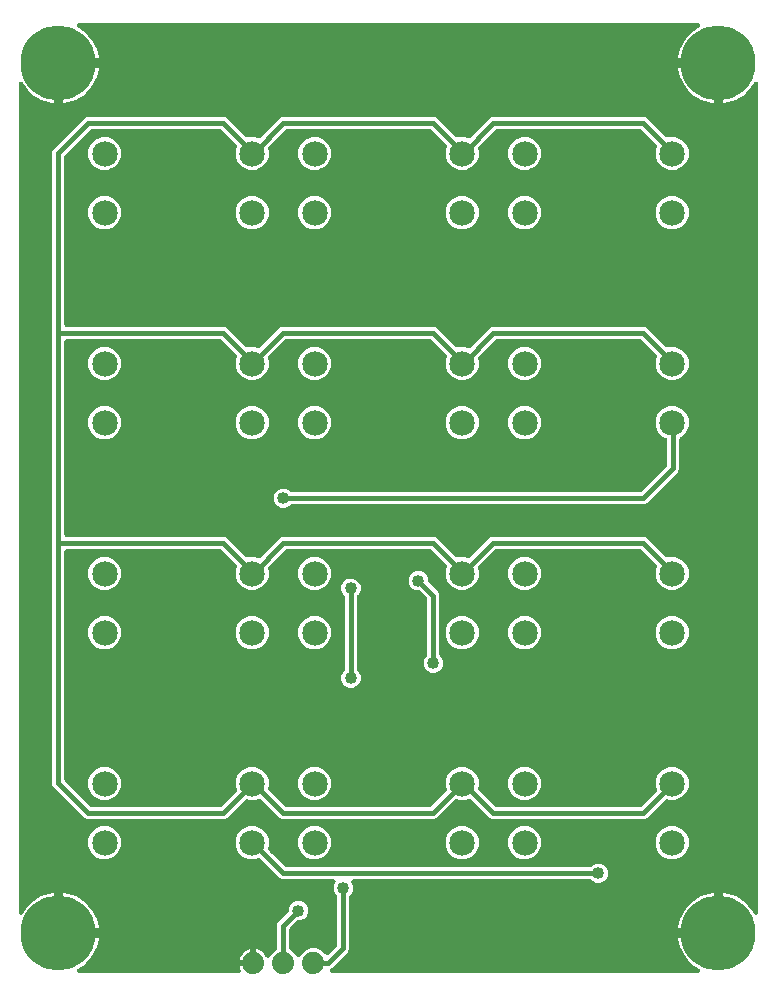
<source format=gbr>
G04 EAGLE Gerber RS-274X export*
G75*
%MOMM*%
%FSLAX34Y34*%
%LPD*%
%INTop Copper*%
%IPPOS*%
%AMOC8*
5,1,8,0,0,1.08239X$1,22.5*%
G01*
%ADD10C,2.159000*%
%ADD11C,1.879600*%
%ADD12C,6.350000*%
%ADD13C,0.406400*%
%ADD14C,1.016000*%

G36*
X190849Y4328D02*
X190849Y4328D01*
X190943Y4327D01*
X191049Y4348D01*
X191157Y4359D01*
X191246Y4386D01*
X191338Y4404D01*
X191438Y4445D01*
X191542Y4477D01*
X191624Y4521D01*
X191710Y4557D01*
X191801Y4617D01*
X191896Y4669D01*
X191968Y4728D01*
X192045Y4780D01*
X192122Y4857D01*
X192205Y4926D01*
X192264Y4999D01*
X192330Y5065D01*
X192390Y5155D01*
X192458Y5240D01*
X192501Y5323D01*
X192552Y5400D01*
X192593Y5501D01*
X192643Y5597D01*
X192669Y5687D01*
X192704Y5773D01*
X192725Y5880D01*
X192755Y5984D01*
X192762Y6077D01*
X192780Y6169D01*
X192779Y6277D01*
X192788Y6386D01*
X192777Y6478D01*
X192776Y6571D01*
X192753Y6678D01*
X192741Y6785D01*
X192712Y6874D01*
X192692Y6965D01*
X192642Y7089D01*
X192616Y7168D01*
X192591Y7211D01*
X192566Y7272D01*
X192136Y8117D01*
X191555Y9904D01*
X191515Y10161D01*
X202692Y10161D01*
X202710Y10162D01*
X202727Y10161D01*
X202910Y10182D01*
X203092Y10201D01*
X203109Y10206D01*
X203127Y10208D01*
X203302Y10265D01*
X203477Y10319D01*
X203493Y10327D01*
X203510Y10333D01*
X203670Y10423D01*
X203831Y10510D01*
X203845Y10522D01*
X203861Y10531D01*
X204000Y10651D01*
X204141Y10768D01*
X204152Y10782D01*
X204165Y10794D01*
X204278Y10939D01*
X204393Y11082D01*
X204401Y11098D01*
X204412Y11112D01*
X204494Y11277D01*
X204534Y11353D01*
X204686Y11439D01*
X204848Y11527D01*
X204861Y11538D01*
X204877Y11547D01*
X205016Y11667D01*
X205157Y11785D01*
X205168Y11798D01*
X205182Y11810D01*
X205294Y11955D01*
X205409Y12098D01*
X205417Y12114D01*
X205428Y12128D01*
X205510Y12293D01*
X205595Y12456D01*
X205600Y12473D01*
X205608Y12489D01*
X205655Y12667D01*
X205706Y12842D01*
X205708Y12860D01*
X205712Y12877D01*
X205739Y13208D01*
X205739Y24385D01*
X205996Y24345D01*
X207783Y23764D01*
X209457Y22911D01*
X210978Y21806D01*
X212306Y20478D01*
X213411Y18957D01*
X213787Y18219D01*
X213858Y18109D01*
X213921Y17994D01*
X213966Y17940D01*
X214005Y17880D01*
X214096Y17786D01*
X214180Y17686D01*
X214235Y17642D01*
X214285Y17591D01*
X214392Y17516D01*
X214495Y17435D01*
X214558Y17403D01*
X214616Y17362D01*
X214737Y17311D01*
X214853Y17251D01*
X214921Y17232D01*
X214986Y17204D01*
X215114Y17177D01*
X215240Y17141D01*
X215311Y17136D01*
X215380Y17121D01*
X215511Y17120D01*
X215641Y17110D01*
X215712Y17119D01*
X215783Y17118D01*
X215912Y17143D01*
X216041Y17159D01*
X216108Y17181D01*
X216178Y17195D01*
X216300Y17244D01*
X216423Y17285D01*
X216485Y17320D01*
X216551Y17347D01*
X216660Y17420D01*
X216773Y17485D01*
X216827Y17531D01*
X216886Y17571D01*
X216978Y17663D01*
X217077Y17749D01*
X217120Y17806D01*
X217170Y17856D01*
X217242Y17965D01*
X217322Y18068D01*
X217360Y18141D01*
X217393Y18191D01*
X217421Y18262D01*
X217474Y18364D01*
X218048Y19751D01*
X221549Y23252D01*
X222265Y23548D01*
X222285Y23559D01*
X222306Y23566D01*
X222462Y23654D01*
X222620Y23739D01*
X222637Y23753D01*
X222657Y23764D01*
X222793Y23881D01*
X222931Y23995D01*
X222945Y24012D01*
X222962Y24027D01*
X223071Y24168D01*
X223184Y24308D01*
X223195Y24327D01*
X223208Y24345D01*
X223288Y24505D01*
X223371Y24664D01*
X223378Y24685D01*
X223388Y24705D01*
X223434Y24879D01*
X223484Y25050D01*
X223486Y25073D01*
X223492Y25094D01*
X223519Y25425D01*
X223519Y45461D01*
X224293Y47328D01*
X232576Y55612D01*
X232593Y55632D01*
X232614Y55650D01*
X232721Y55788D01*
X232831Y55923D01*
X232844Y55947D01*
X232860Y55968D01*
X232938Y56125D01*
X233020Y56279D01*
X233028Y56304D01*
X233040Y56328D01*
X233085Y56498D01*
X233135Y56665D01*
X233137Y56691D01*
X233144Y56717D01*
X233171Y57048D01*
X233171Y58767D01*
X234409Y61755D01*
X236695Y64041D01*
X239683Y65279D01*
X242917Y65279D01*
X245905Y64041D01*
X248191Y61755D01*
X249429Y58767D01*
X249429Y55533D01*
X248191Y52545D01*
X245905Y50259D01*
X242917Y49021D01*
X241198Y49021D01*
X241171Y49019D01*
X241145Y49021D01*
X240971Y48999D01*
X240797Y48981D01*
X240772Y48974D01*
X240745Y48970D01*
X240579Y48915D01*
X240412Y48863D01*
X240389Y48850D01*
X240363Y48842D01*
X240212Y48755D01*
X240058Y48671D01*
X240038Y48654D01*
X240015Y48641D01*
X239762Y48426D01*
X234276Y42940D01*
X234259Y42920D01*
X234238Y42902D01*
X234131Y42764D01*
X234021Y42629D01*
X234008Y42605D01*
X233992Y42584D01*
X233914Y42427D01*
X233832Y42273D01*
X233824Y42248D01*
X233812Y42224D01*
X233767Y42054D01*
X233717Y41887D01*
X233715Y41861D01*
X233708Y41835D01*
X233681Y41504D01*
X233681Y25425D01*
X233683Y25403D01*
X233681Y25381D01*
X233703Y25203D01*
X233721Y25024D01*
X233727Y25003D01*
X233730Y24981D01*
X233786Y24811D01*
X233839Y24639D01*
X233849Y24620D01*
X233856Y24599D01*
X233945Y24443D01*
X234031Y24285D01*
X234045Y24268D01*
X234056Y24249D01*
X234173Y24114D01*
X234288Y23976D01*
X234306Y23962D01*
X234320Y23945D01*
X234462Y23836D01*
X234602Y23724D01*
X234622Y23714D01*
X234640Y23700D01*
X234935Y23548D01*
X235651Y23252D01*
X239152Y19751D01*
X239423Y19095D01*
X239428Y19087D01*
X239430Y19079D01*
X239522Y18910D01*
X239614Y18740D01*
X239619Y18733D01*
X239624Y18725D01*
X239749Y18576D01*
X239870Y18430D01*
X239877Y18424D01*
X239883Y18417D01*
X240033Y18297D01*
X240183Y18176D01*
X240190Y18172D01*
X240197Y18166D01*
X240367Y18079D01*
X240539Y17989D01*
X240548Y17986D01*
X240556Y17982D01*
X240738Y17931D01*
X240925Y17876D01*
X240935Y17875D01*
X240943Y17873D01*
X241133Y17858D01*
X241327Y17841D01*
X241335Y17842D01*
X241344Y17842D01*
X241534Y17865D01*
X241727Y17886D01*
X241735Y17889D01*
X241744Y17890D01*
X241925Y17950D01*
X242110Y18010D01*
X242118Y18014D01*
X242126Y18017D01*
X242294Y18112D01*
X242461Y18206D01*
X242468Y18212D01*
X242476Y18216D01*
X242622Y18343D01*
X242767Y18468D01*
X242773Y18475D01*
X242780Y18481D01*
X242896Y18632D01*
X243016Y18785D01*
X243020Y18793D01*
X243025Y18800D01*
X243177Y19095D01*
X243448Y19751D01*
X246949Y23252D01*
X250661Y24789D01*
X251524Y25147D01*
X256476Y25147D01*
X261051Y23252D01*
X264122Y20180D01*
X264136Y20169D01*
X264148Y20155D01*
X264291Y20042D01*
X264434Y19925D01*
X264450Y19917D01*
X264464Y19906D01*
X264628Y19822D01*
X264789Y19736D01*
X264806Y19731D01*
X264822Y19723D01*
X265000Y19674D01*
X265175Y19622D01*
X265193Y19620D01*
X265210Y19615D01*
X265394Y19602D01*
X265576Y19585D01*
X265594Y19587D01*
X265612Y19586D01*
X265794Y19609D01*
X265977Y19629D01*
X265994Y19634D01*
X266011Y19636D01*
X266185Y19695D01*
X266360Y19750D01*
X266376Y19759D01*
X266393Y19764D01*
X266553Y19856D01*
X266713Y19945D01*
X266726Y19956D01*
X266742Y19965D01*
X266995Y20180D01*
X273724Y26910D01*
X273741Y26930D01*
X273762Y26948D01*
X273869Y27086D01*
X273979Y27221D01*
X273992Y27245D01*
X274008Y27266D01*
X274086Y27423D01*
X274168Y27577D01*
X274176Y27602D01*
X274188Y27626D01*
X274233Y27796D01*
X274283Y27963D01*
X274285Y27989D01*
X274292Y28015D01*
X274319Y28346D01*
X274319Y68944D01*
X274317Y68970D01*
X274319Y68997D01*
X274297Y69171D01*
X274279Y69344D01*
X274272Y69370D01*
X274268Y69396D01*
X274213Y69562D01*
X274161Y69729D01*
X274148Y69753D01*
X274140Y69778D01*
X274053Y69930D01*
X273969Y70083D01*
X273952Y70104D01*
X273939Y70127D01*
X273724Y70380D01*
X272509Y71595D01*
X271271Y74583D01*
X271271Y77817D01*
X272594Y81011D01*
X272598Y81024D01*
X272604Y81035D01*
X272656Y81215D01*
X272711Y81396D01*
X272712Y81409D01*
X272716Y81422D01*
X272731Y81610D01*
X272749Y81797D01*
X272747Y81810D01*
X272748Y81824D01*
X272726Y82011D01*
X272707Y82197D01*
X272703Y82210D01*
X272702Y82223D01*
X272643Y82403D01*
X272587Y82582D01*
X272581Y82593D01*
X272577Y82606D01*
X272484Y82771D01*
X272394Y82935D01*
X272385Y82945D01*
X272379Y82957D01*
X272256Y83099D01*
X272135Y83243D01*
X272124Y83251D01*
X272116Y83262D01*
X271967Y83377D01*
X271820Y83494D01*
X271808Y83500D01*
X271798Y83508D01*
X271629Y83592D01*
X271462Y83678D01*
X271449Y83682D01*
X271437Y83688D01*
X271254Y83737D01*
X271075Y83788D01*
X271061Y83789D01*
X271048Y83792D01*
X270718Y83819D01*
X227589Y83819D01*
X225722Y84593D01*
X211368Y98947D01*
X211351Y98961D01*
X211333Y98981D01*
X208985Y101218D01*
X208831Y101338D01*
X208672Y101463D01*
X208669Y101464D01*
X208668Y101465D01*
X208494Y101552D01*
X208312Y101644D01*
X208309Y101644D01*
X208307Y101645D01*
X208118Y101697D01*
X207924Y101750D01*
X207921Y101750D01*
X207919Y101751D01*
X207721Y101764D01*
X207522Y101778D01*
X207519Y101777D01*
X207517Y101777D01*
X207326Y101752D01*
X207123Y101725D01*
X207120Y101725D01*
X207118Y101724D01*
X207101Y101718D01*
X206807Y101624D01*
X204954Y100856D01*
X199446Y100856D01*
X194358Y102964D01*
X190464Y106858D01*
X188356Y111946D01*
X188356Y117454D01*
X190464Y122542D01*
X194358Y126436D01*
X199446Y128544D01*
X204954Y128544D01*
X210042Y126436D01*
X213936Y122542D01*
X216044Y117454D01*
X216044Y111946D01*
X215562Y110782D01*
X215548Y110737D01*
X215528Y110695D01*
X215490Y110545D01*
X215445Y110397D01*
X215441Y110350D01*
X215429Y110305D01*
X215422Y110150D01*
X215407Y109996D01*
X215412Y109949D01*
X215410Y109902D01*
X215433Y109750D01*
X215449Y109596D01*
X215463Y109551D01*
X215470Y109504D01*
X215522Y109359D01*
X215568Y109211D01*
X215591Y109170D01*
X215607Y109126D01*
X215687Y108994D01*
X215762Y108858D01*
X215792Y108822D01*
X215816Y108782D01*
X215982Y108596D01*
X216021Y108550D01*
X216029Y108544D01*
X216037Y108534D01*
X217445Y107193D01*
X217450Y107189D01*
X217455Y107183D01*
X217608Y107066D01*
X217660Y107025D01*
X218432Y106253D01*
X218449Y106239D01*
X218467Y106219D01*
X219224Y105497D01*
X219430Y105255D01*
X230110Y94576D01*
X230130Y94559D01*
X230148Y94538D01*
X230286Y94431D01*
X230421Y94321D01*
X230445Y94308D01*
X230466Y94292D01*
X230623Y94214D01*
X230777Y94132D01*
X230802Y94124D01*
X230826Y94112D01*
X230996Y94067D01*
X231163Y94017D01*
X231189Y94015D01*
X231215Y94008D01*
X231546Y93981D01*
X488044Y93981D01*
X488070Y93983D01*
X488097Y93981D01*
X488271Y94003D01*
X488444Y94021D01*
X488470Y94028D01*
X488496Y94032D01*
X488662Y94087D01*
X488829Y94139D01*
X488853Y94152D01*
X488878Y94160D01*
X489030Y94247D01*
X489183Y94331D01*
X489204Y94348D01*
X489227Y94361D01*
X489480Y94576D01*
X490695Y95791D01*
X493683Y97029D01*
X496917Y97029D01*
X499905Y95791D01*
X502191Y93505D01*
X503429Y90517D01*
X503429Y87283D01*
X502191Y84295D01*
X499905Y82009D01*
X498310Y81348D01*
X496917Y80771D01*
X493683Y80771D01*
X490695Y82009D01*
X489480Y83224D01*
X489459Y83241D01*
X489442Y83262D01*
X489304Y83369D01*
X489168Y83479D01*
X489145Y83492D01*
X489124Y83508D01*
X488967Y83586D01*
X488813Y83668D01*
X488787Y83676D01*
X488763Y83688D01*
X488594Y83733D01*
X488427Y83783D01*
X488400Y83785D01*
X488374Y83792D01*
X488044Y83819D01*
X288082Y83819D01*
X288069Y83818D01*
X288056Y83819D01*
X287870Y83798D01*
X287682Y83779D01*
X287669Y83775D01*
X287656Y83774D01*
X287477Y83716D01*
X287297Y83661D01*
X287285Y83655D01*
X287272Y83651D01*
X287108Y83559D01*
X286943Y83469D01*
X286933Y83461D01*
X286921Y83454D01*
X286778Y83332D01*
X286634Y83212D01*
X286625Y83201D01*
X286615Y83193D01*
X286499Y83044D01*
X286381Y82898D01*
X286375Y82886D01*
X286367Y82876D01*
X286282Y82707D01*
X286196Y82541D01*
X286192Y82528D01*
X286186Y82516D01*
X286136Y82334D01*
X286084Y82154D01*
X286083Y82140D01*
X286080Y82127D01*
X286067Y81939D01*
X286052Y81752D01*
X286053Y81739D01*
X286052Y81726D01*
X286077Y81538D01*
X286098Y81353D01*
X286103Y81340D01*
X286104Y81327D01*
X286206Y81011D01*
X287529Y77817D01*
X287529Y74583D01*
X286291Y71595D01*
X285076Y70380D01*
X285059Y70359D01*
X285038Y70342D01*
X284931Y70204D01*
X284821Y70068D01*
X284808Y70045D01*
X284792Y70024D01*
X284714Y69867D01*
X284632Y69713D01*
X284624Y69687D01*
X284612Y69663D01*
X284567Y69494D01*
X284517Y69327D01*
X284515Y69300D01*
X284508Y69274D01*
X284481Y68944D01*
X284481Y24389D01*
X283707Y22522D01*
X269578Y8393D01*
X269177Y8227D01*
X269173Y8225D01*
X269169Y8223D01*
X268996Y8130D01*
X268822Y8037D01*
X268819Y8034D01*
X268815Y8031D01*
X268665Y7907D01*
X268512Y7780D01*
X268509Y7777D01*
X268505Y7774D01*
X268383Y7622D01*
X268258Y7467D01*
X268256Y7463D01*
X268253Y7460D01*
X268165Y7290D01*
X268071Y7111D01*
X268070Y7106D01*
X268068Y7103D01*
X268014Y6916D01*
X267958Y6725D01*
X267957Y6720D01*
X267956Y6716D01*
X267940Y6516D01*
X267923Y6323D01*
X267924Y6319D01*
X267923Y6314D01*
X267946Y6118D01*
X267968Y5923D01*
X267970Y5919D01*
X267970Y5915D01*
X268031Y5728D01*
X268091Y5540D01*
X268094Y5536D01*
X268095Y5532D01*
X268191Y5361D01*
X268288Y5189D01*
X268291Y5185D01*
X268293Y5181D01*
X268420Y5034D01*
X268550Y4883D01*
X268553Y4880D01*
X268556Y4877D01*
X268710Y4757D01*
X268867Y4634D01*
X268871Y4632D01*
X268874Y4630D01*
X269052Y4541D01*
X269226Y4454D01*
X269231Y4453D01*
X269235Y4450D01*
X269430Y4398D01*
X269615Y4347D01*
X269619Y4347D01*
X269624Y4346D01*
X269954Y4319D01*
X579248Y4319D01*
X579354Y4329D01*
X579461Y4330D01*
X579554Y4349D01*
X579649Y4359D01*
X579751Y4390D01*
X579855Y4411D01*
X579943Y4449D01*
X580034Y4477D01*
X580127Y4528D01*
X580225Y4569D01*
X580304Y4623D01*
X580388Y4669D01*
X580469Y4737D01*
X580557Y4797D01*
X580624Y4865D01*
X580697Y4926D01*
X580764Y5009D01*
X580838Y5086D01*
X580890Y5166D01*
X580949Y5240D01*
X580998Y5334D01*
X581056Y5424D01*
X581091Y5513D01*
X581135Y5597D01*
X581164Y5700D01*
X581203Y5799D01*
X581220Y5893D01*
X581246Y5984D01*
X581255Y6090D01*
X581274Y6195D01*
X581271Y6291D01*
X581279Y6386D01*
X581267Y6491D01*
X581264Y6598D01*
X581243Y6691D01*
X581232Y6785D01*
X581199Y6887D01*
X581176Y6991D01*
X581137Y7078D01*
X581107Y7168D01*
X581055Y7261D01*
X581012Y7358D01*
X580956Y7436D01*
X580910Y7519D01*
X580840Y7599D01*
X580778Y7686D01*
X580709Y7751D01*
X580646Y7824D01*
X580562Y7889D01*
X580485Y7962D01*
X580388Y8024D01*
X580328Y8070D01*
X580275Y8097D01*
X580206Y8141D01*
X579249Y8653D01*
X576449Y10524D01*
X573844Y12662D01*
X571462Y15044D01*
X569324Y17649D01*
X567452Y20450D01*
X565864Y23421D01*
X564575Y26534D01*
X563597Y29758D01*
X562940Y33062D01*
X562844Y34037D01*
X594868Y34037D01*
X594886Y34039D01*
X594903Y34037D01*
X595086Y34058D01*
X595268Y34077D01*
X595286Y34082D01*
X595303Y34084D01*
X595478Y34141D01*
X595653Y34195D01*
X595669Y34203D01*
X595686Y34209D01*
X595846Y34299D01*
X596007Y34387D01*
X596021Y34398D01*
X596037Y34407D01*
X596176Y34527D01*
X596317Y34644D01*
X596328Y34658D01*
X596341Y34670D01*
X596454Y34815D01*
X596569Y34958D01*
X596577Y34974D01*
X596588Y34988D01*
X596670Y35153D01*
X596755Y35315D01*
X596759Y35332D01*
X596767Y35349D01*
X596815Y35527D01*
X596866Y35702D01*
X596867Y35720D01*
X596872Y35737D01*
X596899Y36068D01*
X596899Y38101D01*
X598932Y38101D01*
X598950Y38103D01*
X598967Y38101D01*
X599150Y38123D01*
X599333Y38141D01*
X599350Y38146D01*
X599367Y38148D01*
X599542Y38205D01*
X599717Y38259D01*
X599733Y38267D01*
X599750Y38273D01*
X599910Y38363D01*
X600072Y38451D01*
X600085Y38462D01*
X600101Y38471D01*
X600240Y38591D01*
X600381Y38708D01*
X600392Y38722D01*
X600405Y38734D01*
X600518Y38879D01*
X600633Y39022D01*
X600641Y39038D01*
X600652Y39052D01*
X600734Y39217D01*
X600819Y39380D01*
X600824Y39397D01*
X600832Y39413D01*
X600879Y39591D01*
X600930Y39766D01*
X600931Y39784D01*
X600936Y39801D01*
X600963Y40132D01*
X600963Y72156D01*
X601938Y72060D01*
X605242Y71403D01*
X608466Y70425D01*
X611579Y69136D01*
X614550Y67548D01*
X617351Y65676D01*
X619956Y63538D01*
X622338Y61156D01*
X624476Y58551D01*
X626348Y55750D01*
X626859Y54794D01*
X626918Y54706D01*
X626969Y54612D01*
X627030Y54539D01*
X627083Y54460D01*
X627158Y54385D01*
X627226Y54303D01*
X627301Y54243D01*
X627368Y54176D01*
X627457Y54117D01*
X627540Y54051D01*
X627625Y54007D01*
X627704Y53954D01*
X627803Y53914D01*
X627897Y53865D01*
X627989Y53839D01*
X628077Y53803D01*
X628182Y53783D01*
X628284Y53754D01*
X628379Y53746D01*
X628473Y53728D01*
X628580Y53730D01*
X628686Y53721D01*
X628780Y53732D01*
X628876Y53733D01*
X628980Y53755D01*
X629085Y53768D01*
X629176Y53797D01*
X629269Y53817D01*
X629367Y53860D01*
X629468Y53893D01*
X629551Y53939D01*
X629639Y53977D01*
X629726Y54038D01*
X629819Y54090D01*
X629891Y54153D01*
X629969Y54207D01*
X630043Y54284D01*
X630124Y54354D01*
X630182Y54429D01*
X630248Y54498D01*
X630305Y54588D01*
X630370Y54672D01*
X630413Y54757D01*
X630464Y54838D01*
X630502Y54937D01*
X630550Y55032D01*
X630574Y55124D01*
X630609Y55213D01*
X630626Y55318D01*
X630654Y55421D01*
X630664Y55535D01*
X630676Y55610D01*
X630675Y55670D01*
X630681Y55752D01*
X630681Y757048D01*
X630671Y757154D01*
X630670Y757261D01*
X630651Y757354D01*
X630641Y757449D01*
X630610Y757551D01*
X630589Y757655D01*
X630551Y757743D01*
X630523Y757834D01*
X630473Y757927D01*
X630431Y758025D01*
X630377Y758104D01*
X630331Y758188D01*
X630263Y758270D01*
X630203Y758357D01*
X630135Y758424D01*
X630074Y758497D01*
X629991Y758564D01*
X629914Y758638D01*
X629834Y758690D01*
X629760Y758749D01*
X629665Y758798D01*
X629576Y758856D01*
X629487Y758891D01*
X629403Y758935D01*
X629301Y758964D01*
X629201Y759003D01*
X629107Y759020D01*
X629016Y759046D01*
X628910Y759055D01*
X628805Y759074D01*
X628710Y759071D01*
X628614Y759079D01*
X628509Y759067D01*
X628402Y759064D01*
X628309Y759043D01*
X628215Y759032D01*
X628113Y758999D01*
X628010Y758976D01*
X627923Y758937D01*
X627832Y758907D01*
X627739Y758855D01*
X627642Y758812D01*
X627564Y758756D01*
X627481Y758710D01*
X627401Y758640D01*
X627314Y758578D01*
X627249Y758509D01*
X627177Y758446D01*
X627111Y758362D01*
X627038Y758285D01*
X626976Y758188D01*
X626930Y758128D01*
X626903Y758075D01*
X626859Y758006D01*
X626348Y757050D01*
X624476Y754249D01*
X622338Y751644D01*
X619956Y749262D01*
X617351Y747124D01*
X614550Y745252D01*
X611579Y743664D01*
X611269Y743536D01*
X608466Y742375D01*
X605242Y741397D01*
X601938Y740740D01*
X600963Y740644D01*
X600963Y772668D01*
X600961Y772686D01*
X600963Y772703D01*
X600941Y772886D01*
X600923Y773068D01*
X600918Y773086D01*
X600916Y773103D01*
X600859Y773278D01*
X600805Y773453D01*
X600797Y773469D01*
X600791Y773486D01*
X600701Y773646D01*
X600613Y773807D01*
X600602Y773821D01*
X600593Y773837D01*
X600473Y773976D01*
X600356Y774117D01*
X600342Y774128D01*
X600330Y774141D01*
X600185Y774254D01*
X600042Y774369D01*
X600026Y774377D01*
X600012Y774388D01*
X599847Y774470D01*
X599685Y774555D01*
X599668Y774559D01*
X599651Y774567D01*
X599473Y774615D01*
X599298Y774666D01*
X599280Y774667D01*
X599263Y774672D01*
X598932Y774699D01*
X596899Y774699D01*
X596899Y776732D01*
X596897Y776750D01*
X596899Y776767D01*
X596877Y776950D01*
X596859Y777133D01*
X596854Y777150D01*
X596852Y777167D01*
X596795Y777342D01*
X596741Y777517D01*
X596733Y777533D01*
X596727Y777550D01*
X596637Y777710D01*
X596549Y777872D01*
X596538Y777885D01*
X596529Y777901D01*
X596409Y778040D01*
X596292Y778181D01*
X596278Y778192D01*
X596266Y778205D01*
X596121Y778318D01*
X595978Y778433D01*
X595962Y778441D01*
X595948Y778452D01*
X595783Y778534D01*
X595620Y778619D01*
X595603Y778624D01*
X595587Y778632D01*
X595409Y778679D01*
X595234Y778730D01*
X595216Y778731D01*
X595199Y778736D01*
X594868Y778763D01*
X562844Y778763D01*
X562940Y779738D01*
X563597Y783042D01*
X564575Y786266D01*
X565864Y789379D01*
X567452Y792350D01*
X569324Y795151D01*
X571462Y797756D01*
X573844Y800138D01*
X576449Y802276D01*
X579250Y804148D01*
X580206Y804659D01*
X580294Y804718D01*
X580388Y804769D01*
X580461Y804830D01*
X580540Y804883D01*
X580615Y804958D01*
X580697Y805026D01*
X580757Y805101D01*
X580824Y805168D01*
X580883Y805257D01*
X580949Y805340D01*
X580993Y805425D01*
X581046Y805504D01*
X581086Y805603D01*
X581135Y805697D01*
X581161Y805789D01*
X581197Y805877D01*
X581217Y805982D01*
X581246Y806084D01*
X581254Y806179D01*
X581272Y806273D01*
X581270Y806380D01*
X581279Y806486D01*
X581268Y806580D01*
X581267Y806676D01*
X581245Y806780D01*
X581232Y806885D01*
X581203Y806976D01*
X581183Y807069D01*
X581140Y807167D01*
X581107Y807268D01*
X581061Y807351D01*
X581023Y807439D01*
X580962Y807526D01*
X580910Y807619D01*
X580847Y807691D01*
X580793Y807769D01*
X580716Y807843D01*
X580646Y807924D01*
X580571Y807982D01*
X580502Y808048D01*
X580412Y808105D01*
X580328Y808170D01*
X580243Y808213D01*
X580162Y808264D01*
X580063Y808302D01*
X579968Y808350D01*
X579876Y808374D01*
X579787Y808409D01*
X579682Y808426D01*
X579579Y808454D01*
X579465Y808464D01*
X579390Y808476D01*
X579330Y808475D01*
X579248Y808481D01*
X55752Y808481D01*
X55646Y808471D01*
X55539Y808470D01*
X55446Y808451D01*
X55351Y808441D01*
X55249Y808410D01*
X55145Y808389D01*
X55057Y808351D01*
X54966Y808323D01*
X54873Y808273D01*
X54775Y808231D01*
X54696Y808177D01*
X54612Y808131D01*
X54530Y808063D01*
X54443Y808003D01*
X54376Y807935D01*
X54303Y807874D01*
X54236Y807791D01*
X54162Y807714D01*
X54110Y807634D01*
X54051Y807560D01*
X54002Y807465D01*
X53944Y807376D01*
X53909Y807287D01*
X53865Y807203D01*
X53836Y807101D01*
X53797Y807001D01*
X53780Y806907D01*
X53754Y806816D01*
X53745Y806710D01*
X53726Y806605D01*
X53729Y806510D01*
X53721Y806414D01*
X53733Y806309D01*
X53736Y806202D01*
X53757Y806109D01*
X53768Y806015D01*
X53801Y805913D01*
X53824Y805810D01*
X53863Y805723D01*
X53893Y805632D01*
X53945Y805539D01*
X53988Y805442D01*
X54044Y805364D01*
X54090Y805281D01*
X54160Y805201D01*
X54222Y805114D01*
X54291Y805049D01*
X54354Y804977D01*
X54438Y804911D01*
X54515Y804838D01*
X54612Y804776D01*
X54672Y804730D01*
X54725Y804703D01*
X54794Y804659D01*
X55750Y804148D01*
X58551Y802276D01*
X61156Y800138D01*
X63538Y797756D01*
X65676Y795151D01*
X67548Y792350D01*
X69136Y789379D01*
X70425Y786266D01*
X71403Y783042D01*
X72060Y779738D01*
X72156Y778763D01*
X40132Y778763D01*
X40114Y778761D01*
X40097Y778763D01*
X39914Y778741D01*
X39732Y778723D01*
X39714Y778718D01*
X39697Y778716D01*
X39522Y778659D01*
X39347Y778605D01*
X39331Y778597D01*
X39314Y778591D01*
X39154Y778501D01*
X38993Y778413D01*
X38979Y778402D01*
X38963Y778393D01*
X38824Y778273D01*
X38683Y778156D01*
X38672Y778142D01*
X38659Y778130D01*
X38546Y777985D01*
X38431Y777842D01*
X38423Y777826D01*
X38412Y777812D01*
X38330Y777647D01*
X38245Y777485D01*
X38241Y777468D01*
X38233Y777451D01*
X38185Y777273D01*
X38134Y777098D01*
X38133Y777080D01*
X38128Y777063D01*
X38101Y776732D01*
X38101Y774699D01*
X36068Y774699D01*
X36050Y774697D01*
X36032Y774699D01*
X35850Y774677D01*
X35667Y774659D01*
X35650Y774654D01*
X35633Y774652D01*
X35458Y774595D01*
X35282Y774541D01*
X35267Y774533D01*
X35250Y774527D01*
X35090Y774437D01*
X34928Y774349D01*
X34915Y774338D01*
X34899Y774329D01*
X34760Y774209D01*
X34619Y774092D01*
X34608Y774078D01*
X34595Y774066D01*
X34482Y773921D01*
X34367Y773778D01*
X34359Y773762D01*
X34348Y773748D01*
X34266Y773583D01*
X34181Y773420D01*
X34176Y773403D01*
X34168Y773387D01*
X34121Y773209D01*
X34070Y773034D01*
X34068Y773016D01*
X34064Y772999D01*
X34037Y772668D01*
X34037Y740644D01*
X33062Y740740D01*
X29758Y741397D01*
X26534Y742375D01*
X23421Y743664D01*
X20450Y745252D01*
X17649Y747124D01*
X15044Y749262D01*
X12662Y751644D01*
X10524Y754249D01*
X8653Y757049D01*
X8141Y758006D01*
X8082Y758094D01*
X8031Y758188D01*
X7970Y758261D01*
X7917Y758340D01*
X7842Y758415D01*
X7774Y758497D01*
X7699Y758557D01*
X7632Y758624D01*
X7543Y758683D01*
X7460Y758749D01*
X7375Y758793D01*
X7296Y758846D01*
X7197Y758886D01*
X7103Y758935D01*
X7011Y758961D01*
X6923Y758997D01*
X6818Y759017D01*
X6716Y759046D01*
X6621Y759054D01*
X6527Y759072D01*
X6421Y759070D01*
X6314Y759079D01*
X6220Y759068D01*
X6124Y759067D01*
X6020Y759045D01*
X5915Y759032D01*
X5824Y759003D01*
X5731Y758983D01*
X5633Y758940D01*
X5532Y758907D01*
X5449Y758861D01*
X5361Y758823D01*
X5274Y758762D01*
X5181Y758710D01*
X5109Y758647D01*
X5031Y758593D01*
X4957Y758516D01*
X4877Y758446D01*
X4818Y758371D01*
X4752Y758302D01*
X4695Y758212D01*
X4630Y758128D01*
X4587Y758043D01*
X4536Y757962D01*
X4498Y757863D01*
X4450Y757768D01*
X4426Y757676D01*
X4391Y757587D01*
X4374Y757482D01*
X4346Y757379D01*
X4337Y757265D01*
X4324Y757190D01*
X4325Y757130D01*
X4319Y757048D01*
X4319Y55752D01*
X4329Y55646D01*
X4330Y55539D01*
X4349Y55446D01*
X4359Y55351D01*
X4390Y55249D01*
X4411Y55145D01*
X4449Y55057D01*
X4477Y54966D01*
X4528Y54873D01*
X4569Y54775D01*
X4623Y54696D01*
X4669Y54612D01*
X4737Y54531D01*
X4797Y54443D01*
X4865Y54376D01*
X4926Y54303D01*
X5009Y54236D01*
X5086Y54162D01*
X5166Y54110D01*
X5240Y54051D01*
X5334Y54002D01*
X5424Y53944D01*
X5513Y53909D01*
X5597Y53865D01*
X5700Y53836D01*
X5799Y53797D01*
X5893Y53780D01*
X5984Y53754D01*
X6090Y53745D01*
X6195Y53726D01*
X6291Y53729D01*
X6386Y53721D01*
X6491Y53733D01*
X6598Y53736D01*
X6691Y53757D01*
X6785Y53768D01*
X6887Y53801D01*
X6991Y53824D01*
X7078Y53863D01*
X7168Y53893D01*
X7261Y53945D01*
X7358Y53988D01*
X7436Y54044D01*
X7519Y54090D01*
X7599Y54160D01*
X7686Y54222D01*
X7751Y54291D01*
X7824Y54354D01*
X7889Y54438D01*
X7962Y54515D01*
X8024Y54612D01*
X8070Y54672D01*
X8097Y54725D01*
X8141Y54794D01*
X8653Y55751D01*
X10524Y58551D01*
X12662Y61156D01*
X15044Y63538D01*
X17649Y65676D01*
X20450Y67548D01*
X23421Y69136D01*
X26534Y70425D01*
X29758Y71403D01*
X33062Y72060D01*
X34037Y72156D01*
X34037Y40132D01*
X34039Y40114D01*
X34037Y40097D01*
X34058Y39914D01*
X34077Y39732D01*
X34082Y39714D01*
X34084Y39697D01*
X34141Y39522D01*
X34195Y39347D01*
X34203Y39331D01*
X34209Y39314D01*
X34299Y39154D01*
X34387Y38993D01*
X34398Y38979D01*
X34407Y38963D01*
X34527Y38824D01*
X34644Y38683D01*
X34658Y38672D01*
X34670Y38659D01*
X34815Y38546D01*
X34958Y38431D01*
X34974Y38423D01*
X34988Y38412D01*
X35153Y38330D01*
X35315Y38245D01*
X35332Y38241D01*
X35349Y38233D01*
X35527Y38185D01*
X35702Y38134D01*
X35720Y38133D01*
X35737Y38128D01*
X36068Y38101D01*
X38101Y38101D01*
X38101Y36068D01*
X38103Y36050D01*
X38101Y36032D01*
X38123Y35850D01*
X38141Y35667D01*
X38146Y35650D01*
X38148Y35633D01*
X38205Y35458D01*
X38259Y35282D01*
X38267Y35267D01*
X38273Y35250D01*
X38363Y35090D01*
X38451Y34928D01*
X38462Y34915D01*
X38471Y34899D01*
X38591Y34760D01*
X38708Y34619D01*
X38722Y34608D01*
X38734Y34595D01*
X38879Y34482D01*
X39022Y34367D01*
X39038Y34359D01*
X39052Y34348D01*
X39217Y34266D01*
X39380Y34181D01*
X39397Y34176D01*
X39413Y34168D01*
X39591Y34121D01*
X39766Y34070D01*
X39784Y34068D01*
X39801Y34064D01*
X40132Y34037D01*
X72156Y34037D01*
X72060Y33062D01*
X71403Y29758D01*
X70425Y26534D01*
X69136Y23421D01*
X67548Y20450D01*
X65676Y17649D01*
X63538Y15044D01*
X61156Y12662D01*
X58551Y10524D01*
X55751Y8653D01*
X54794Y8141D01*
X54706Y8082D01*
X54612Y8031D01*
X54539Y7970D01*
X54460Y7917D01*
X54385Y7842D01*
X54303Y7774D01*
X54243Y7699D01*
X54176Y7632D01*
X54117Y7543D01*
X54051Y7460D01*
X54007Y7375D01*
X53954Y7296D01*
X53914Y7197D01*
X53865Y7103D01*
X53839Y7011D01*
X53803Y6923D01*
X53783Y6818D01*
X53754Y6716D01*
X53746Y6621D01*
X53728Y6527D01*
X53730Y6421D01*
X53721Y6314D01*
X53732Y6220D01*
X53733Y6124D01*
X53755Y6020D01*
X53768Y5915D01*
X53797Y5824D01*
X53817Y5731D01*
X53860Y5633D01*
X53893Y5532D01*
X53939Y5449D01*
X53977Y5361D01*
X54038Y5274D01*
X54090Y5181D01*
X54153Y5109D01*
X54207Y5031D01*
X54284Y4957D01*
X54354Y4877D01*
X54429Y4818D01*
X54498Y4752D01*
X54588Y4695D01*
X54672Y4630D01*
X54757Y4587D01*
X54838Y4536D01*
X54937Y4498D01*
X55032Y4450D01*
X55124Y4426D01*
X55213Y4391D01*
X55318Y4374D01*
X55421Y4346D01*
X55535Y4337D01*
X55610Y4324D01*
X55670Y4325D01*
X55752Y4319D01*
X190757Y4319D01*
X190849Y4328D01*
G37*
%LPC*%
G36*
X62489Y134619D02*
X62489Y134619D01*
X60622Y135393D01*
X33793Y162222D01*
X33019Y164089D01*
X33019Y699511D01*
X33793Y701378D01*
X60622Y728207D01*
X62489Y728981D01*
X178811Y728981D01*
X180678Y728207D01*
X196715Y712170D01*
X196733Y712156D01*
X196747Y712139D01*
X196888Y712028D01*
X197027Y711915D01*
X197047Y711904D01*
X197064Y711891D01*
X197225Y711810D01*
X197383Y711726D01*
X197404Y711720D01*
X197424Y711710D01*
X197597Y711662D01*
X197769Y711611D01*
X197791Y711609D01*
X197812Y711603D01*
X197990Y711591D01*
X198170Y711575D01*
X198192Y711577D01*
X198214Y711576D01*
X198390Y711599D01*
X198570Y711618D01*
X198591Y711625D01*
X198613Y711628D01*
X198929Y711729D01*
X199446Y711944D01*
X204954Y711944D01*
X206885Y711144D01*
X206906Y711137D01*
X206926Y711127D01*
X207099Y711079D01*
X207271Y711027D01*
X207293Y711025D01*
X207314Y711019D01*
X207493Y711006D01*
X207671Y710989D01*
X207693Y710991D01*
X207716Y710990D01*
X207894Y711012D01*
X208072Y711031D01*
X208093Y711037D01*
X208115Y711040D01*
X208285Y711097D01*
X208456Y711151D01*
X208476Y711161D01*
X208497Y711168D01*
X208653Y711258D01*
X208809Y711344D01*
X208826Y711358D01*
X208846Y711369D01*
X209099Y711584D01*
X225722Y728207D01*
X227589Y728981D01*
X356611Y728981D01*
X358478Y728207D01*
X374515Y712170D01*
X374533Y712156D01*
X374547Y712139D01*
X374688Y712028D01*
X374827Y711915D01*
X374847Y711904D01*
X374864Y711891D01*
X375025Y711810D01*
X375183Y711726D01*
X375204Y711720D01*
X375224Y711710D01*
X375397Y711662D01*
X375569Y711611D01*
X375591Y711609D01*
X375612Y711603D01*
X375790Y711591D01*
X375970Y711575D01*
X375992Y711577D01*
X376014Y711576D01*
X376190Y711599D01*
X376370Y711618D01*
X376391Y711625D01*
X376413Y711628D01*
X376729Y711729D01*
X377246Y711944D01*
X382754Y711944D01*
X384685Y711144D01*
X384706Y711137D01*
X384726Y711127D01*
X384899Y711079D01*
X385071Y711027D01*
X385093Y711025D01*
X385114Y711019D01*
X385293Y711006D01*
X385471Y710989D01*
X385493Y710991D01*
X385516Y710990D01*
X385694Y711012D01*
X385872Y711031D01*
X385893Y711037D01*
X385915Y711040D01*
X386085Y711097D01*
X386256Y711151D01*
X386276Y711161D01*
X386297Y711168D01*
X386453Y711258D01*
X386609Y711344D01*
X386626Y711358D01*
X386646Y711369D01*
X386899Y711584D01*
X403522Y728207D01*
X405389Y728981D01*
X534411Y728981D01*
X536278Y728207D01*
X552315Y712170D01*
X552333Y712156D01*
X552347Y712139D01*
X552488Y712028D01*
X552627Y711915D01*
X552647Y711904D01*
X552664Y711891D01*
X552825Y711810D01*
X552983Y711726D01*
X553004Y711720D01*
X553024Y711710D01*
X553197Y711662D01*
X553369Y711611D01*
X553391Y711609D01*
X553412Y711603D01*
X553590Y711591D01*
X553770Y711575D01*
X553792Y711577D01*
X553814Y711576D01*
X553990Y711599D01*
X554170Y711618D01*
X554191Y711625D01*
X554213Y711628D01*
X554529Y711729D01*
X555046Y711944D01*
X560554Y711944D01*
X565642Y709836D01*
X569536Y705942D01*
X571644Y700854D01*
X571644Y695346D01*
X569536Y690258D01*
X565642Y686364D01*
X561455Y684630D01*
X561455Y684629D01*
X560554Y684256D01*
X555046Y684256D01*
X549958Y686364D01*
X546064Y690258D01*
X543956Y695346D01*
X543956Y700854D01*
X544991Y703351D01*
X544997Y703372D01*
X545007Y703392D01*
X545055Y703564D01*
X545107Y703736D01*
X545109Y703758D01*
X545115Y703780D01*
X545128Y703959D01*
X545145Y704137D01*
X545143Y704159D01*
X545145Y704181D01*
X545122Y704360D01*
X545104Y704537D01*
X545097Y704559D01*
X545094Y704581D01*
X545037Y704751D01*
X544984Y704922D01*
X544973Y704941D01*
X544966Y704963D01*
X544876Y705118D01*
X544790Y705275D01*
X544776Y705292D01*
X544765Y705311D01*
X544550Y705564D01*
X531890Y718224D01*
X531870Y718241D01*
X531852Y718262D01*
X531714Y718369D01*
X531579Y718479D01*
X531555Y718492D01*
X531534Y718508D01*
X531377Y718586D01*
X531223Y718668D01*
X531198Y718676D01*
X531174Y718688D01*
X531004Y718733D01*
X530837Y718783D01*
X530811Y718785D01*
X530785Y718792D01*
X530454Y718819D01*
X409346Y718819D01*
X409319Y718817D01*
X409293Y718819D01*
X409119Y718797D01*
X408945Y718779D01*
X408920Y718772D01*
X408893Y718768D01*
X408727Y718713D01*
X408560Y718661D01*
X408537Y718648D01*
X408511Y718640D01*
X408360Y718553D01*
X408206Y718469D01*
X408186Y718452D01*
X408163Y718439D01*
X407910Y718224D01*
X393835Y704150D01*
X393821Y704133D01*
X393804Y704118D01*
X393694Y703977D01*
X393580Y703839D01*
X393570Y703819D01*
X393556Y703801D01*
X393475Y703641D01*
X393392Y703483D01*
X393385Y703462D01*
X393375Y703442D01*
X393328Y703268D01*
X393277Y703097D01*
X393275Y703075D01*
X393269Y703053D01*
X393257Y702875D01*
X393241Y702696D01*
X393243Y702674D01*
X393241Y702652D01*
X393265Y702474D01*
X393284Y702296D01*
X393291Y702275D01*
X393294Y702252D01*
X393395Y701937D01*
X393844Y700854D01*
X393844Y695346D01*
X391736Y690258D01*
X387842Y686364D01*
X383655Y684630D01*
X383655Y684629D01*
X382754Y684256D01*
X377246Y684256D01*
X372158Y686364D01*
X368264Y690258D01*
X366156Y695346D01*
X366156Y700854D01*
X367191Y703351D01*
X367197Y703372D01*
X367207Y703392D01*
X367255Y703564D01*
X367307Y703736D01*
X367309Y703758D01*
X367315Y703780D01*
X367328Y703959D01*
X367345Y704137D01*
X367343Y704159D01*
X367345Y704181D01*
X367322Y704360D01*
X367304Y704537D01*
X367297Y704559D01*
X367294Y704581D01*
X367237Y704751D01*
X367184Y704922D01*
X367173Y704941D01*
X367166Y704963D01*
X367076Y705118D01*
X366990Y705275D01*
X366976Y705292D01*
X366965Y705311D01*
X366750Y705564D01*
X354090Y718224D01*
X354070Y718241D01*
X354052Y718262D01*
X353914Y718369D01*
X353779Y718479D01*
X353755Y718492D01*
X353734Y718508D01*
X353577Y718586D01*
X353423Y718668D01*
X353398Y718676D01*
X353374Y718688D01*
X353204Y718733D01*
X353037Y718783D01*
X353011Y718785D01*
X352985Y718792D01*
X352654Y718819D01*
X231546Y718819D01*
X231519Y718817D01*
X231493Y718819D01*
X231319Y718797D01*
X231145Y718779D01*
X231120Y718772D01*
X231093Y718768D01*
X230927Y718713D01*
X230760Y718661D01*
X230737Y718648D01*
X230711Y718640D01*
X230560Y718553D01*
X230406Y718469D01*
X230386Y718452D01*
X230363Y718439D01*
X230110Y718224D01*
X216035Y704150D01*
X216021Y704133D01*
X216004Y704118D01*
X215894Y703977D01*
X215780Y703839D01*
X215770Y703819D01*
X215756Y703801D01*
X215675Y703641D01*
X215592Y703483D01*
X215585Y703462D01*
X215575Y703442D01*
X215528Y703268D01*
X215477Y703097D01*
X215475Y703075D01*
X215469Y703053D01*
X215457Y702875D01*
X215441Y702696D01*
X215443Y702674D01*
X215441Y702652D01*
X215465Y702474D01*
X215484Y702296D01*
X215491Y702275D01*
X215494Y702252D01*
X215595Y701937D01*
X216044Y700854D01*
X216044Y695346D01*
X213936Y690258D01*
X210042Y686364D01*
X205855Y684630D01*
X205855Y684629D01*
X204954Y684256D01*
X199446Y684256D01*
X194358Y686364D01*
X190464Y690258D01*
X188356Y695346D01*
X188356Y700854D01*
X189391Y703351D01*
X189397Y703372D01*
X189407Y703392D01*
X189455Y703564D01*
X189507Y703736D01*
X189509Y703758D01*
X189515Y703780D01*
X189528Y703959D01*
X189545Y704137D01*
X189543Y704159D01*
X189545Y704181D01*
X189522Y704360D01*
X189504Y704537D01*
X189497Y704559D01*
X189494Y704581D01*
X189437Y704751D01*
X189384Y704922D01*
X189373Y704941D01*
X189366Y704963D01*
X189276Y705118D01*
X189190Y705275D01*
X189176Y705292D01*
X189165Y705311D01*
X188950Y705564D01*
X176290Y718224D01*
X176270Y718241D01*
X176252Y718262D01*
X176114Y718369D01*
X175979Y718479D01*
X175955Y718492D01*
X175934Y718508D01*
X175777Y718586D01*
X175623Y718668D01*
X175598Y718676D01*
X175574Y718688D01*
X175404Y718733D01*
X175237Y718783D01*
X175211Y718785D01*
X175185Y718792D01*
X174854Y718819D01*
X66446Y718819D01*
X66419Y718817D01*
X66393Y718819D01*
X66219Y718797D01*
X66045Y718779D01*
X66020Y718772D01*
X65993Y718768D01*
X65827Y718713D01*
X65660Y718661D01*
X65637Y718648D01*
X65611Y718640D01*
X65460Y718553D01*
X65306Y718469D01*
X65286Y718452D01*
X65263Y718439D01*
X65010Y718224D01*
X43776Y696990D01*
X43759Y696970D01*
X43738Y696952D01*
X43631Y696814D01*
X43521Y696679D01*
X43508Y696655D01*
X43492Y696634D01*
X43414Y696477D01*
X43332Y696323D01*
X43324Y696298D01*
X43312Y696274D01*
X43267Y696104D01*
X43217Y695937D01*
X43215Y695911D01*
X43208Y695885D01*
X43181Y695554D01*
X43181Y553212D01*
X43183Y553194D01*
X43181Y553176D01*
X43202Y552994D01*
X43221Y552811D01*
X43226Y552794D01*
X43228Y552777D01*
X43285Y552602D01*
X43339Y552426D01*
X43347Y552411D01*
X43353Y552394D01*
X43443Y552234D01*
X43531Y552072D01*
X43542Y552059D01*
X43551Y552043D01*
X43671Y551904D01*
X43788Y551763D01*
X43802Y551752D01*
X43814Y551738D01*
X43959Y551626D01*
X44102Y551511D01*
X44118Y551503D01*
X44132Y551492D01*
X44297Y551410D01*
X44459Y551325D01*
X44476Y551320D01*
X44492Y551312D01*
X44671Y551265D01*
X44846Y551214D01*
X44864Y551212D01*
X44881Y551208D01*
X45212Y551181D01*
X178811Y551181D01*
X180678Y550407D01*
X196715Y534370D01*
X196733Y534356D01*
X196747Y534339D01*
X196888Y534228D01*
X197027Y534115D01*
X197047Y534104D01*
X197064Y534091D01*
X197224Y534010D01*
X197383Y533926D01*
X197404Y533920D01*
X197424Y533910D01*
X197597Y533862D01*
X197769Y533811D01*
X197791Y533809D01*
X197812Y533803D01*
X197991Y533791D01*
X198170Y533775D01*
X198192Y533777D01*
X198214Y533776D01*
X198392Y533799D01*
X198570Y533818D01*
X198591Y533825D01*
X198613Y533828D01*
X198929Y533929D01*
X199446Y534144D01*
X204954Y534144D01*
X206461Y533519D01*
X206482Y533513D01*
X206502Y533503D01*
X206675Y533455D01*
X206846Y533403D01*
X206869Y533401D01*
X206890Y533395D01*
X207069Y533382D01*
X207247Y533365D01*
X207269Y533367D01*
X207292Y533365D01*
X207470Y533388D01*
X207648Y533406D01*
X207669Y533413D01*
X207691Y533416D01*
X207861Y533473D01*
X208032Y533526D01*
X208051Y533537D01*
X208073Y533544D01*
X208228Y533634D01*
X208385Y533720D01*
X208402Y533734D01*
X208422Y533745D01*
X208675Y533960D01*
X223407Y548692D01*
X225122Y550407D01*
X226271Y550883D01*
X226989Y551181D01*
X356611Y551181D01*
X358478Y550407D01*
X374515Y534370D01*
X374533Y534356D01*
X374547Y534339D01*
X374688Y534228D01*
X374827Y534115D01*
X374847Y534104D01*
X374864Y534091D01*
X375025Y534010D01*
X375183Y533926D01*
X375204Y533920D01*
X375224Y533910D01*
X375397Y533862D01*
X375569Y533811D01*
X375591Y533809D01*
X375612Y533803D01*
X375790Y533791D01*
X375970Y533775D01*
X375992Y533777D01*
X376014Y533776D01*
X376190Y533799D01*
X376370Y533818D01*
X376391Y533825D01*
X376413Y533828D01*
X376729Y533929D01*
X377246Y534144D01*
X382754Y534144D01*
X384685Y533344D01*
X384706Y533337D01*
X384726Y533327D01*
X384899Y533279D01*
X385071Y533227D01*
X385093Y533225D01*
X385114Y533219D01*
X385294Y533206D01*
X385471Y533189D01*
X385493Y533191D01*
X385516Y533190D01*
X385695Y533212D01*
X385872Y533231D01*
X385893Y533237D01*
X385915Y533240D01*
X386086Y533297D01*
X386256Y533351D01*
X386276Y533361D01*
X386297Y533368D01*
X386453Y533458D01*
X386609Y533544D01*
X386626Y533558D01*
X386646Y533569D01*
X386899Y533784D01*
X401807Y548692D01*
X403522Y550407D01*
X404671Y550883D01*
X405389Y551181D01*
X534411Y551181D01*
X536278Y550407D01*
X552315Y534370D01*
X552333Y534356D01*
X552347Y534339D01*
X552488Y534228D01*
X552627Y534115D01*
X552647Y534104D01*
X552664Y534091D01*
X552824Y534010D01*
X552983Y533926D01*
X553004Y533920D01*
X553024Y533910D01*
X553197Y533862D01*
X553369Y533811D01*
X553391Y533809D01*
X553412Y533803D01*
X553591Y533791D01*
X553770Y533775D01*
X553792Y533777D01*
X553814Y533776D01*
X553992Y533799D01*
X554170Y533818D01*
X554191Y533825D01*
X554213Y533828D01*
X554529Y533929D01*
X555046Y534144D01*
X560554Y534144D01*
X565642Y532036D01*
X569536Y528142D01*
X571644Y523054D01*
X571644Y517546D01*
X569536Y512458D01*
X565642Y508564D01*
X564065Y507911D01*
X560554Y506456D01*
X555046Y506456D01*
X549958Y508564D01*
X546064Y512458D01*
X543956Y517546D01*
X543956Y523054D01*
X544991Y525551D01*
X544997Y525572D01*
X545007Y525592D01*
X545055Y525764D01*
X545107Y525936D01*
X545109Y525958D01*
X545115Y525980D01*
X545128Y526159D01*
X545145Y526337D01*
X545143Y526359D01*
X545145Y526381D01*
X545122Y526560D01*
X545104Y526737D01*
X545097Y526759D01*
X545094Y526781D01*
X545037Y526951D01*
X544984Y527122D01*
X544973Y527141D01*
X544966Y527163D01*
X544876Y527318D01*
X544790Y527475D01*
X544776Y527492D01*
X544765Y527511D01*
X544550Y527764D01*
X531890Y540424D01*
X531870Y540441D01*
X531852Y540462D01*
X531714Y540569D01*
X531579Y540679D01*
X531555Y540692D01*
X531534Y540708D01*
X531377Y540786D01*
X531223Y540868D01*
X531198Y540876D01*
X531174Y540888D01*
X531004Y540933D01*
X530837Y540983D01*
X530811Y540985D01*
X530785Y540992D01*
X530454Y541019D01*
X409346Y541019D01*
X409319Y541017D01*
X409293Y541019D01*
X409119Y540997D01*
X408945Y540979D01*
X408920Y540972D01*
X408893Y540968D01*
X408727Y540913D01*
X408560Y540861D01*
X408537Y540848D01*
X408511Y540840D01*
X408360Y540753D01*
X408206Y540669D01*
X408186Y540652D01*
X408163Y540639D01*
X407910Y540424D01*
X393835Y526350D01*
X393821Y526333D01*
X393804Y526319D01*
X393694Y526177D01*
X393580Y526039D01*
X393570Y526019D01*
X393556Y526001D01*
X393475Y525841D01*
X393392Y525683D01*
X393385Y525662D01*
X393375Y525642D01*
X393328Y525469D01*
X393277Y525297D01*
X393275Y525275D01*
X393269Y525253D01*
X393257Y525075D01*
X393241Y524896D01*
X393243Y524874D01*
X393241Y524852D01*
X393265Y524674D01*
X393284Y524496D01*
X393291Y524475D01*
X393294Y524453D01*
X393395Y524137D01*
X393844Y523054D01*
X393844Y517546D01*
X391736Y512458D01*
X387842Y508564D01*
X386265Y507911D01*
X382754Y506456D01*
X377246Y506456D01*
X372158Y508564D01*
X368264Y512458D01*
X366156Y517546D01*
X366156Y523054D01*
X367191Y525551D01*
X367197Y525572D01*
X367207Y525592D01*
X367255Y525764D01*
X367307Y525936D01*
X367309Y525958D01*
X367315Y525980D01*
X367328Y526159D01*
X367345Y526337D01*
X367343Y526359D01*
X367345Y526381D01*
X367322Y526560D01*
X367304Y526737D01*
X367297Y526759D01*
X367294Y526781D01*
X367237Y526951D01*
X367184Y527122D01*
X367173Y527141D01*
X367166Y527163D01*
X367076Y527318D01*
X366990Y527475D01*
X366976Y527492D01*
X366965Y527511D01*
X366750Y527764D01*
X354090Y540424D01*
X354070Y540441D01*
X354052Y540462D01*
X353914Y540569D01*
X353779Y540679D01*
X353755Y540692D01*
X353734Y540708D01*
X353577Y540786D01*
X353423Y540868D01*
X353398Y540876D01*
X353374Y540888D01*
X353204Y540933D01*
X353037Y540983D01*
X353011Y540985D01*
X352985Y540992D01*
X352654Y541019D01*
X230946Y541019D01*
X230919Y541017D01*
X230893Y541019D01*
X230719Y540997D01*
X230545Y540979D01*
X230520Y540972D01*
X230493Y540968D01*
X230327Y540913D01*
X230160Y540861D01*
X230137Y540848D01*
X230111Y540840D01*
X229960Y540753D01*
X229806Y540669D01*
X229786Y540652D01*
X229763Y540639D01*
X229510Y540424D01*
X215860Y526775D01*
X215846Y526757D01*
X215829Y526743D01*
X215718Y526601D01*
X215605Y526463D01*
X215594Y526443D01*
X215580Y526426D01*
X215500Y526265D01*
X215416Y526107D01*
X215410Y526086D01*
X215400Y526066D01*
X215352Y525893D01*
X215301Y525721D01*
X215299Y525699D01*
X215293Y525678D01*
X215281Y525499D01*
X215265Y525320D01*
X215267Y525298D01*
X215266Y525276D01*
X215289Y525098D01*
X215308Y524920D01*
X215315Y524899D01*
X215318Y524877D01*
X215419Y524561D01*
X216044Y523054D01*
X216044Y517546D01*
X213936Y512458D01*
X210042Y508564D01*
X208465Y507911D01*
X204954Y506456D01*
X199446Y506456D01*
X194358Y508564D01*
X190464Y512458D01*
X188356Y517546D01*
X188356Y523054D01*
X189391Y525551D01*
X189397Y525572D01*
X189407Y525592D01*
X189455Y525765D01*
X189507Y525936D01*
X189509Y525958D01*
X189515Y525980D01*
X189528Y526159D01*
X189545Y526337D01*
X189543Y526359D01*
X189545Y526381D01*
X189522Y526560D01*
X189504Y526738D01*
X189497Y526759D01*
X189494Y526781D01*
X189437Y526951D01*
X189384Y527122D01*
X189373Y527141D01*
X189366Y527163D01*
X189276Y527318D01*
X189190Y527475D01*
X189176Y527492D01*
X189165Y527511D01*
X188950Y527764D01*
X176290Y540424D01*
X176270Y540441D01*
X176252Y540462D01*
X176114Y540569D01*
X175979Y540679D01*
X175955Y540692D01*
X175934Y540708D01*
X175777Y540786D01*
X175623Y540868D01*
X175598Y540876D01*
X175574Y540888D01*
X175404Y540933D01*
X175237Y540983D01*
X175211Y540985D01*
X175185Y540992D01*
X174854Y541019D01*
X45212Y541019D01*
X45194Y541017D01*
X45176Y541019D01*
X44994Y540998D01*
X44811Y540979D01*
X44794Y540974D01*
X44777Y540972D01*
X44602Y540915D01*
X44426Y540861D01*
X44411Y540853D01*
X44394Y540847D01*
X44234Y540757D01*
X44072Y540669D01*
X44059Y540658D01*
X44043Y540649D01*
X43904Y540529D01*
X43763Y540412D01*
X43752Y540398D01*
X43738Y540386D01*
X43626Y540241D01*
X43511Y540098D01*
X43503Y540082D01*
X43492Y540068D01*
X43410Y539903D01*
X43325Y539741D01*
X43320Y539724D01*
X43312Y539708D01*
X43265Y539529D01*
X43214Y539354D01*
X43212Y539336D01*
X43208Y539319D01*
X43181Y538988D01*
X43181Y375412D01*
X43183Y375394D01*
X43181Y375376D01*
X43202Y375194D01*
X43221Y375011D01*
X43226Y374994D01*
X43228Y374977D01*
X43285Y374802D01*
X43339Y374626D01*
X43347Y374611D01*
X43353Y374594D01*
X43443Y374434D01*
X43531Y374272D01*
X43542Y374259D01*
X43551Y374243D01*
X43671Y374104D01*
X43788Y373963D01*
X43802Y373952D01*
X43814Y373938D01*
X43959Y373826D01*
X44102Y373711D01*
X44118Y373703D01*
X44132Y373692D01*
X44297Y373610D01*
X44459Y373525D01*
X44476Y373520D01*
X44492Y373512D01*
X44671Y373465D01*
X44846Y373414D01*
X44864Y373412D01*
X44881Y373408D01*
X45212Y373381D01*
X178811Y373381D01*
X180678Y372607D01*
X182393Y370892D01*
X196715Y356570D01*
X196733Y356556D01*
X196747Y356539D01*
X196888Y356428D01*
X197027Y356315D01*
X197047Y356304D01*
X197064Y356291D01*
X197225Y356210D01*
X197383Y356126D01*
X197404Y356120D01*
X197424Y356110D01*
X197597Y356062D01*
X197769Y356011D01*
X197791Y356009D01*
X197812Y356003D01*
X197991Y355991D01*
X198170Y355975D01*
X198192Y355977D01*
X198214Y355976D01*
X198392Y355999D01*
X198570Y356018D01*
X198591Y356025D01*
X198613Y356028D01*
X198929Y356129D01*
X199446Y356344D01*
X204954Y356344D01*
X206885Y355544D01*
X206906Y355537D01*
X206926Y355527D01*
X207099Y355479D01*
X207271Y355427D01*
X207293Y355425D01*
X207314Y355419D01*
X207494Y355406D01*
X207671Y355389D01*
X207693Y355391D01*
X207716Y355390D01*
X207895Y355412D01*
X208072Y355431D01*
X208093Y355437D01*
X208115Y355440D01*
X208286Y355497D01*
X208456Y355551D01*
X208476Y355561D01*
X208497Y355568D01*
X208653Y355658D01*
X208809Y355744D01*
X208826Y355758D01*
X208846Y355769D01*
X209099Y355984D01*
X224007Y370892D01*
X225722Y372607D01*
X227589Y373381D01*
X356611Y373381D01*
X358478Y372607D01*
X360193Y370892D01*
X374515Y356570D01*
X374533Y356556D01*
X374547Y356539D01*
X374688Y356428D01*
X374827Y356315D01*
X374847Y356304D01*
X374864Y356291D01*
X375024Y356210D01*
X375183Y356126D01*
X375204Y356120D01*
X375224Y356110D01*
X375397Y356062D01*
X375569Y356011D01*
X375591Y356009D01*
X375612Y356003D01*
X375791Y355991D01*
X375970Y355975D01*
X375992Y355977D01*
X376014Y355976D01*
X376192Y355999D01*
X376370Y356018D01*
X376391Y356025D01*
X376413Y356028D01*
X376729Y356129D01*
X377246Y356344D01*
X382754Y356344D01*
X384261Y355719D01*
X384282Y355713D01*
X384302Y355703D01*
X384475Y355655D01*
X384646Y355603D01*
X384669Y355601D01*
X384690Y355595D01*
X384869Y355582D01*
X385047Y355565D01*
X385069Y355567D01*
X385092Y355565D01*
X385270Y355588D01*
X385448Y355606D01*
X385469Y355613D01*
X385491Y355616D01*
X385661Y355673D01*
X385832Y355726D01*
X385851Y355737D01*
X385873Y355744D01*
X386028Y355834D01*
X386185Y355920D01*
X386202Y355934D01*
X386222Y355945D01*
X386475Y356160D01*
X401207Y370892D01*
X402922Y372607D01*
X404789Y373381D01*
X534411Y373381D01*
X536278Y372607D01*
X537993Y370892D01*
X552315Y356570D01*
X552333Y356556D01*
X552347Y356539D01*
X552488Y356428D01*
X552627Y356315D01*
X552647Y356304D01*
X552664Y356291D01*
X552824Y356210D01*
X552983Y356126D01*
X553004Y356120D01*
X553024Y356110D01*
X553197Y356062D01*
X553369Y356011D01*
X553391Y356009D01*
X553412Y356003D01*
X553591Y355991D01*
X553770Y355975D01*
X553792Y355977D01*
X553814Y355976D01*
X553992Y355999D01*
X554170Y356018D01*
X554191Y356025D01*
X554213Y356028D01*
X554529Y356129D01*
X555046Y356344D01*
X560554Y356344D01*
X565642Y354236D01*
X569536Y350342D01*
X571644Y345254D01*
X571644Y339746D01*
X569536Y334658D01*
X565642Y330764D01*
X560554Y328656D01*
X555046Y328656D01*
X549958Y330764D01*
X546064Y334658D01*
X543956Y339746D01*
X543956Y345254D01*
X544991Y347751D01*
X544997Y347772D01*
X545007Y347792D01*
X545055Y347964D01*
X545107Y348136D01*
X545109Y348158D01*
X545115Y348180D01*
X545128Y348359D01*
X545145Y348537D01*
X545143Y348559D01*
X545145Y348581D01*
X545122Y348760D01*
X545104Y348937D01*
X545097Y348959D01*
X545094Y348981D01*
X545037Y349151D01*
X544984Y349322D01*
X544973Y349341D01*
X544966Y349363D01*
X544876Y349518D01*
X544790Y349675D01*
X544776Y349692D01*
X544765Y349711D01*
X544550Y349964D01*
X531890Y362624D01*
X531870Y362641D01*
X531852Y362662D01*
X531714Y362769D01*
X531579Y362879D01*
X531555Y362892D01*
X531534Y362908D01*
X531377Y362986D01*
X531223Y363068D01*
X531198Y363076D01*
X531174Y363088D01*
X531004Y363133D01*
X530837Y363183D01*
X530811Y363185D01*
X530785Y363192D01*
X530454Y363219D01*
X408746Y363219D01*
X408719Y363217D01*
X408693Y363219D01*
X408519Y363197D01*
X408345Y363179D01*
X408320Y363172D01*
X408293Y363168D01*
X408127Y363113D01*
X407960Y363061D01*
X407937Y363048D01*
X407911Y363040D01*
X407760Y362953D01*
X407606Y362869D01*
X407586Y362852D01*
X407563Y362839D01*
X407310Y362624D01*
X393660Y348975D01*
X393646Y348957D01*
X393629Y348943D01*
X393518Y348801D01*
X393405Y348663D01*
X393394Y348643D01*
X393380Y348626D01*
X393300Y348465D01*
X393216Y348307D01*
X393210Y348286D01*
X393200Y348266D01*
X393152Y348093D01*
X393101Y347921D01*
X393099Y347899D01*
X393093Y347878D01*
X393081Y347699D01*
X393065Y347520D01*
X393067Y347498D01*
X393066Y347476D01*
X393089Y347298D01*
X393108Y347120D01*
X393115Y347099D01*
X393118Y347077D01*
X393219Y346761D01*
X393844Y345254D01*
X393844Y339746D01*
X391736Y334658D01*
X387842Y330764D01*
X382754Y328656D01*
X377246Y328656D01*
X372158Y330764D01*
X368264Y334658D01*
X366156Y339746D01*
X366156Y345254D01*
X367191Y347751D01*
X367197Y347772D01*
X367207Y347792D01*
X367255Y347965D01*
X367307Y348136D01*
X367309Y348158D01*
X367315Y348180D01*
X367328Y348359D01*
X367345Y348537D01*
X367343Y348559D01*
X367345Y348581D01*
X367322Y348760D01*
X367304Y348938D01*
X367297Y348959D01*
X367294Y348981D01*
X367237Y349151D01*
X367184Y349322D01*
X367173Y349341D01*
X367166Y349363D01*
X367076Y349518D01*
X366990Y349675D01*
X366976Y349692D01*
X366965Y349711D01*
X366750Y349964D01*
X354090Y362624D01*
X354070Y362641D01*
X354052Y362662D01*
X353914Y362769D01*
X353779Y362879D01*
X353755Y362892D01*
X353734Y362908D01*
X353577Y362986D01*
X353423Y363068D01*
X353398Y363076D01*
X353374Y363088D01*
X353204Y363133D01*
X353037Y363183D01*
X353011Y363185D01*
X352985Y363192D01*
X352654Y363219D01*
X231546Y363219D01*
X231519Y363217D01*
X231493Y363219D01*
X231319Y363197D01*
X231145Y363179D01*
X231120Y363172D01*
X231093Y363168D01*
X230927Y363113D01*
X230760Y363061D01*
X230737Y363048D01*
X230711Y363040D01*
X230560Y362953D01*
X230406Y362869D01*
X230386Y362852D01*
X230363Y362839D01*
X230110Y362624D01*
X216035Y348550D01*
X216021Y348533D01*
X216004Y348519D01*
X215894Y348377D01*
X215780Y348239D01*
X215770Y348219D01*
X215756Y348201D01*
X215675Y348041D01*
X215592Y347883D01*
X215585Y347862D01*
X215575Y347842D01*
X215528Y347669D01*
X215477Y347497D01*
X215475Y347475D01*
X215469Y347453D01*
X215457Y347275D01*
X215441Y347096D01*
X215443Y347074D01*
X215441Y347052D01*
X215465Y346874D01*
X215484Y346696D01*
X215491Y346675D01*
X215494Y346653D01*
X215595Y346337D01*
X216044Y345254D01*
X216044Y339746D01*
X213936Y334658D01*
X210042Y330764D01*
X204954Y328656D01*
X199446Y328656D01*
X194358Y330764D01*
X190464Y334658D01*
X188356Y339746D01*
X188356Y345254D01*
X189391Y347751D01*
X189397Y347772D01*
X189407Y347792D01*
X189455Y347965D01*
X189507Y348136D01*
X189509Y348158D01*
X189515Y348180D01*
X189528Y348359D01*
X189545Y348537D01*
X189543Y348559D01*
X189545Y348581D01*
X189522Y348760D01*
X189504Y348938D01*
X189497Y348959D01*
X189494Y348981D01*
X189437Y349151D01*
X189384Y349322D01*
X189373Y349341D01*
X189366Y349363D01*
X189276Y349518D01*
X189190Y349675D01*
X189176Y349692D01*
X189165Y349711D01*
X188950Y349964D01*
X176290Y362624D01*
X176270Y362641D01*
X176252Y362662D01*
X176114Y362769D01*
X175979Y362879D01*
X175955Y362892D01*
X175934Y362908D01*
X175777Y362986D01*
X175623Y363068D01*
X175598Y363076D01*
X175574Y363088D01*
X175404Y363133D01*
X175237Y363183D01*
X175211Y363185D01*
X175185Y363192D01*
X174854Y363219D01*
X45212Y363219D01*
X45194Y363217D01*
X45176Y363219D01*
X44994Y363198D01*
X44811Y363179D01*
X44794Y363174D01*
X44777Y363172D01*
X44602Y363115D01*
X44426Y363061D01*
X44411Y363053D01*
X44394Y363047D01*
X44234Y362957D01*
X44072Y362869D01*
X44059Y362858D01*
X44043Y362849D01*
X43904Y362729D01*
X43763Y362612D01*
X43752Y362598D01*
X43738Y362586D01*
X43626Y362441D01*
X43511Y362298D01*
X43503Y362282D01*
X43492Y362268D01*
X43410Y362103D01*
X43325Y361941D01*
X43320Y361924D01*
X43312Y361908D01*
X43265Y361729D01*
X43214Y361554D01*
X43212Y361536D01*
X43208Y361519D01*
X43181Y361188D01*
X43181Y168046D01*
X43183Y168019D01*
X43181Y167993D01*
X43203Y167819D01*
X43221Y167645D01*
X43228Y167620D01*
X43232Y167593D01*
X43287Y167427D01*
X43339Y167260D01*
X43352Y167237D01*
X43360Y167211D01*
X43447Y167060D01*
X43531Y166906D01*
X43548Y166886D01*
X43561Y166863D01*
X43776Y166610D01*
X65010Y145376D01*
X65030Y145359D01*
X65048Y145338D01*
X65186Y145231D01*
X65321Y145121D01*
X65345Y145108D01*
X65366Y145092D01*
X65523Y145014D01*
X65677Y144932D01*
X65702Y144924D01*
X65726Y144912D01*
X65896Y144867D01*
X66063Y144817D01*
X66089Y144815D01*
X66115Y144808D01*
X66446Y144781D01*
X174854Y144781D01*
X174881Y144783D01*
X174907Y144781D01*
X175081Y144803D01*
X175255Y144821D01*
X175280Y144828D01*
X175307Y144832D01*
X175473Y144887D01*
X175640Y144939D01*
X175663Y144952D01*
X175689Y144960D01*
X175840Y145047D01*
X175994Y145131D01*
X176014Y145148D01*
X176037Y145161D01*
X176290Y145376D01*
X188716Y157801D01*
X188730Y157819D01*
X188747Y157833D01*
X188857Y157974D01*
X188971Y158113D01*
X188981Y158132D01*
X188995Y158150D01*
X189076Y158310D01*
X189160Y158468D01*
X189166Y158490D01*
X189176Y158510D01*
X189223Y158683D01*
X189274Y158854D01*
X189276Y158877D01*
X189282Y158898D01*
X189295Y159077D01*
X189311Y159255D01*
X189308Y159278D01*
X189310Y159300D01*
X189287Y159477D01*
X189267Y159656D01*
X189261Y159677D01*
X189258Y159699D01*
X189156Y160015D01*
X188356Y161946D01*
X188356Y167454D01*
X190464Y172542D01*
X194358Y176436D01*
X199446Y178544D01*
X204954Y178544D01*
X210042Y176436D01*
X213936Y172542D01*
X216044Y167454D01*
X216044Y161946D01*
X215829Y161429D01*
X215823Y161408D01*
X215813Y161388D01*
X215765Y161215D01*
X215713Y161044D01*
X215711Y161021D01*
X215705Y161000D01*
X215692Y160821D01*
X215675Y160643D01*
X215677Y160621D01*
X215676Y160598D01*
X215698Y160420D01*
X215717Y160242D01*
X215723Y160221D01*
X215726Y160199D01*
X215783Y160029D01*
X215836Y159858D01*
X215847Y159838D01*
X215854Y159817D01*
X215944Y159662D01*
X216030Y159505D01*
X216044Y159488D01*
X216055Y159468D01*
X216270Y159215D01*
X230110Y145376D01*
X230130Y145359D01*
X230148Y145338D01*
X230286Y145231D01*
X230421Y145121D01*
X230445Y145108D01*
X230466Y145092D01*
X230623Y145014D01*
X230777Y144932D01*
X230802Y144924D01*
X230826Y144912D01*
X230996Y144867D01*
X231163Y144817D01*
X231189Y144815D01*
X231215Y144808D01*
X231546Y144781D01*
X352054Y144781D01*
X352081Y144783D01*
X352107Y144781D01*
X352281Y144803D01*
X352455Y144821D01*
X352480Y144828D01*
X352507Y144832D01*
X352673Y144887D01*
X352840Y144939D01*
X352863Y144952D01*
X352889Y144960D01*
X353040Y145047D01*
X353194Y145131D01*
X353214Y145148D01*
X353237Y145161D01*
X353490Y145376D01*
X366340Y158225D01*
X366354Y158243D01*
X366371Y158257D01*
X366482Y158399D01*
X366595Y158537D01*
X366606Y158557D01*
X366620Y158574D01*
X366700Y158735D01*
X366784Y158893D01*
X366790Y158914D01*
X366800Y158934D01*
X366848Y159107D01*
X366899Y159279D01*
X366901Y159301D01*
X366907Y159322D01*
X366919Y159501D01*
X366935Y159680D01*
X366933Y159702D01*
X366934Y159724D01*
X366911Y159902D01*
X366892Y160080D01*
X366885Y160101D01*
X366882Y160123D01*
X366781Y160439D01*
X366156Y161946D01*
X366156Y167454D01*
X368264Y172542D01*
X372158Y176436D01*
X377246Y178544D01*
X382754Y178544D01*
X387842Y176436D01*
X391736Y172542D01*
X393844Y167454D01*
X393844Y161946D01*
X393629Y161429D01*
X393623Y161408D01*
X393613Y161388D01*
X393565Y161215D01*
X393513Y161044D01*
X393511Y161022D01*
X393505Y161000D01*
X393492Y160820D01*
X393475Y160643D01*
X393477Y160621D01*
X393476Y160598D01*
X393498Y160420D01*
X393517Y160242D01*
X393523Y160221D01*
X393526Y160199D01*
X393583Y160030D01*
X393636Y159858D01*
X393647Y159838D01*
X393654Y159817D01*
X393744Y159662D01*
X393830Y159505D01*
X393844Y159488D01*
X393855Y159468D01*
X394070Y159215D01*
X407910Y145376D01*
X407930Y145359D01*
X407948Y145338D01*
X408086Y145231D01*
X408221Y145121D01*
X408245Y145108D01*
X408266Y145092D01*
X408423Y145014D01*
X408577Y144932D01*
X408602Y144924D01*
X408626Y144912D01*
X408796Y144867D01*
X408963Y144817D01*
X408989Y144815D01*
X409015Y144808D01*
X409346Y144781D01*
X530454Y144781D01*
X530481Y144783D01*
X530507Y144781D01*
X530681Y144803D01*
X530855Y144821D01*
X530880Y144828D01*
X530907Y144832D01*
X531073Y144888D01*
X531240Y144939D01*
X531263Y144952D01*
X531289Y144960D01*
X531440Y145047D01*
X531594Y145131D01*
X531614Y145148D01*
X531637Y145161D01*
X531890Y145376D01*
X544316Y157801D01*
X544330Y157819D01*
X544347Y157833D01*
X544457Y157974D01*
X544571Y158113D01*
X544581Y158132D01*
X544595Y158150D01*
X544676Y158310D01*
X544760Y158468D01*
X544766Y158490D01*
X544776Y158510D01*
X544823Y158683D01*
X544874Y158854D01*
X544876Y158877D01*
X544882Y158898D01*
X544895Y159077D01*
X544911Y159255D01*
X544908Y159278D01*
X544910Y159300D01*
X544887Y159477D01*
X544867Y159656D01*
X544861Y159677D01*
X544858Y159699D01*
X544756Y160015D01*
X543956Y161946D01*
X543956Y167454D01*
X546064Y172542D01*
X549958Y176436D01*
X555046Y178544D01*
X560554Y178544D01*
X565642Y176436D01*
X569536Y172542D01*
X571644Y167454D01*
X571644Y161946D01*
X569536Y156858D01*
X565642Y152964D01*
X560554Y150856D01*
X555046Y150856D01*
X553963Y151305D01*
X553942Y151311D01*
X553922Y151321D01*
X553749Y151370D01*
X553578Y151421D01*
X553556Y151423D01*
X553534Y151429D01*
X553355Y151443D01*
X553177Y151459D01*
X553155Y151457D01*
X553133Y151459D01*
X552954Y151436D01*
X552777Y151418D01*
X552756Y151411D01*
X552733Y151408D01*
X552563Y151351D01*
X552392Y151298D01*
X552373Y151287D01*
X552352Y151280D01*
X552196Y151190D01*
X552039Y151105D01*
X552022Y151090D01*
X552003Y151079D01*
X551750Y150865D01*
X537993Y137108D01*
X536278Y135393D01*
X534411Y134619D01*
X405389Y134619D01*
X403522Y135393D01*
X387464Y151450D01*
X387447Y151465D01*
X387433Y151481D01*
X387292Y151592D01*
X387153Y151705D01*
X387133Y151716D01*
X387116Y151730D01*
X386955Y151810D01*
X386797Y151894D01*
X386776Y151900D01*
X386756Y151910D01*
X386583Y151958D01*
X386411Y152009D01*
X386389Y152011D01*
X386368Y152017D01*
X386189Y152029D01*
X386010Y152045D01*
X385988Y152043D01*
X385966Y152044D01*
X385788Y152021D01*
X385610Y152002D01*
X385589Y151995D01*
X385567Y151992D01*
X385251Y151891D01*
X382754Y150856D01*
X377246Y150856D01*
X375739Y151481D01*
X375718Y151487D01*
X375698Y151497D01*
X375525Y151545D01*
X375354Y151597D01*
X375331Y151599D01*
X375310Y151605D01*
X375131Y151618D01*
X374953Y151635D01*
X374931Y151633D01*
X374908Y151635D01*
X374730Y151612D01*
X374552Y151594D01*
X374531Y151587D01*
X374509Y151584D01*
X374339Y151527D01*
X374168Y151474D01*
X374149Y151463D01*
X374127Y151456D01*
X373972Y151366D01*
X373815Y151280D01*
X373798Y151266D01*
X373778Y151255D01*
X373525Y151040D01*
X357878Y135393D01*
X356011Y134619D01*
X227589Y134619D01*
X225722Y135393D01*
X209664Y151450D01*
X209647Y151465D01*
X209633Y151481D01*
X209492Y151592D01*
X209353Y151705D01*
X209333Y151716D01*
X209316Y151730D01*
X209155Y151810D01*
X208997Y151894D01*
X208976Y151900D01*
X208956Y151910D01*
X208783Y151958D01*
X208611Y152009D01*
X208589Y152011D01*
X208568Y152017D01*
X208389Y152029D01*
X208210Y152045D01*
X208188Y152043D01*
X208166Y152044D01*
X207988Y152021D01*
X207810Y152002D01*
X207789Y151995D01*
X207767Y151992D01*
X207451Y151891D01*
X204954Y150856D01*
X199446Y150856D01*
X198363Y151305D01*
X198342Y151311D01*
X198322Y151321D01*
X198150Y151369D01*
X197978Y151421D01*
X197956Y151423D01*
X197934Y151429D01*
X197755Y151442D01*
X197577Y151459D01*
X197555Y151457D01*
X197533Y151459D01*
X197355Y151436D01*
X197177Y151418D01*
X197155Y151411D01*
X197133Y151408D01*
X196963Y151351D01*
X196792Y151298D01*
X196773Y151287D01*
X196752Y151280D01*
X196596Y151191D01*
X196439Y151105D01*
X196422Y151090D01*
X196403Y151079D01*
X196150Y150865D01*
X180678Y135393D01*
X178811Y134619D01*
X62489Y134619D01*
G37*
%LPD*%
%LPC*%
G36*
X226983Y398271D02*
X226983Y398271D01*
X223995Y399509D01*
X221709Y401795D01*
X220471Y404783D01*
X220471Y408017D01*
X221709Y411005D01*
X223995Y413291D01*
X226983Y414529D01*
X230217Y414529D01*
X233205Y413291D01*
X234420Y412076D01*
X234441Y412059D01*
X234458Y412038D01*
X234596Y411931D01*
X234732Y411821D01*
X234755Y411808D01*
X234776Y411792D01*
X234933Y411714D01*
X235087Y411632D01*
X235113Y411624D01*
X235137Y411612D01*
X235306Y411567D01*
X235473Y411517D01*
X235500Y411515D01*
X235526Y411508D01*
X235856Y411481D01*
X530454Y411481D01*
X530481Y411483D01*
X530507Y411481D01*
X530681Y411503D01*
X530855Y411521D01*
X530880Y411528D01*
X530907Y411532D01*
X531073Y411587D01*
X531240Y411639D01*
X531263Y411652D01*
X531289Y411660D01*
X531440Y411747D01*
X531594Y411831D01*
X531614Y411848D01*
X531637Y411861D01*
X531890Y412076D01*
X553124Y433310D01*
X553141Y433330D01*
X553162Y433348D01*
X553269Y433486D01*
X553379Y433621D01*
X553392Y433645D01*
X553408Y433666D01*
X553486Y433823D01*
X553568Y433977D01*
X553576Y434002D01*
X553588Y434026D01*
X553633Y434196D01*
X553683Y434363D01*
X553685Y434389D01*
X553692Y434415D01*
X553719Y434746D01*
X553719Y455649D01*
X553717Y455671D01*
X553719Y455693D01*
X553697Y455871D01*
X553679Y456049D01*
X553673Y456071D01*
X553670Y456093D01*
X553614Y456263D01*
X553561Y456434D01*
X553551Y456454D01*
X553544Y456475D01*
X553455Y456631D01*
X553369Y456788D01*
X553355Y456805D01*
X553344Y456825D01*
X553226Y456960D01*
X553112Y457098D01*
X553094Y457111D01*
X553080Y457128D01*
X552938Y457238D01*
X552798Y457350D01*
X552778Y457360D01*
X552760Y457374D01*
X552465Y457525D01*
X549958Y458564D01*
X546064Y462458D01*
X543956Y467546D01*
X543956Y473054D01*
X546064Y478142D01*
X549958Y482036D01*
X555046Y484144D01*
X560554Y484144D01*
X565642Y482036D01*
X569536Y478142D01*
X571644Y473054D01*
X571644Y467546D01*
X569536Y462458D01*
X565642Y458564D01*
X565135Y458354D01*
X565115Y458343D01*
X565094Y458336D01*
X564938Y458248D01*
X564780Y458164D01*
X564763Y458149D01*
X564743Y458138D01*
X564607Y458021D01*
X564469Y457907D01*
X564455Y457890D01*
X564438Y457875D01*
X564329Y457734D01*
X564216Y457595D01*
X564205Y457575D01*
X564192Y457557D01*
X564112Y457397D01*
X564029Y457238D01*
X564022Y457217D01*
X564012Y457197D01*
X563966Y457023D01*
X563916Y456852D01*
X563914Y456829D01*
X563908Y456808D01*
X563881Y456477D01*
X563881Y430789D01*
X563107Y428922D01*
X536278Y402093D01*
X534411Y401319D01*
X235856Y401319D01*
X235830Y401317D01*
X235803Y401319D01*
X235629Y401297D01*
X235456Y401279D01*
X235430Y401272D01*
X235404Y401268D01*
X235238Y401213D01*
X235071Y401161D01*
X235047Y401148D01*
X235022Y401140D01*
X234870Y401053D01*
X234717Y400969D01*
X234696Y400952D01*
X234673Y400939D01*
X234420Y400724D01*
X233205Y399509D01*
X230217Y398271D01*
X226983Y398271D01*
G37*
%LPD*%
%LPC*%
G36*
X284133Y245871D02*
X284133Y245871D01*
X281145Y247109D01*
X278859Y249395D01*
X277621Y252383D01*
X277621Y255617D01*
X278859Y258605D01*
X280074Y259820D01*
X280091Y259841D01*
X280112Y259858D01*
X280219Y259996D01*
X280329Y260132D01*
X280342Y260155D01*
X280358Y260176D01*
X280436Y260333D01*
X280518Y260487D01*
X280526Y260513D01*
X280538Y260537D01*
X280583Y260706D01*
X280633Y260873D01*
X280635Y260900D01*
X280642Y260926D01*
X280669Y261256D01*
X280669Y322944D01*
X280667Y322970D01*
X280669Y322997D01*
X280647Y323171D01*
X280629Y323344D01*
X280622Y323370D01*
X280618Y323396D01*
X280563Y323562D01*
X280511Y323729D01*
X280498Y323753D01*
X280490Y323778D01*
X280403Y323930D01*
X280319Y324083D01*
X280302Y324104D01*
X280289Y324127D01*
X280074Y324380D01*
X278859Y325595D01*
X277621Y328583D01*
X277621Y331817D01*
X278859Y334805D01*
X281145Y337091D01*
X282378Y337602D01*
X284133Y338329D01*
X287367Y338329D01*
X290355Y337091D01*
X292641Y334805D01*
X293879Y331817D01*
X293879Y328583D01*
X292641Y325595D01*
X291426Y324380D01*
X291409Y324359D01*
X291388Y324342D01*
X291281Y324204D01*
X291171Y324068D01*
X291158Y324045D01*
X291142Y324024D01*
X291064Y323867D01*
X290982Y323713D01*
X290974Y323687D01*
X290962Y323663D01*
X290917Y323494D01*
X290867Y323327D01*
X290865Y323300D01*
X290858Y323274D01*
X290831Y322944D01*
X290831Y261256D01*
X290833Y261230D01*
X290831Y261203D01*
X290853Y261029D01*
X290871Y260856D01*
X290878Y260830D01*
X290882Y260804D01*
X290937Y260638D01*
X290989Y260471D01*
X291002Y260447D01*
X291010Y260422D01*
X291097Y260270D01*
X291181Y260117D01*
X291198Y260096D01*
X291211Y260073D01*
X291426Y259820D01*
X292641Y258605D01*
X293879Y255617D01*
X293879Y252383D01*
X292641Y249395D01*
X290355Y247109D01*
X287387Y245880D01*
X287387Y245879D01*
X287367Y245871D01*
X284133Y245871D01*
G37*
%LPD*%
%LPC*%
G36*
X353983Y258571D02*
X353983Y258571D01*
X350995Y259809D01*
X348709Y262095D01*
X347471Y265083D01*
X347471Y268317D01*
X348709Y271305D01*
X349924Y272520D01*
X349941Y272541D01*
X349962Y272558D01*
X350069Y272696D01*
X350179Y272832D01*
X350192Y272855D01*
X350208Y272876D01*
X350286Y273033D01*
X350368Y273187D01*
X350376Y273213D01*
X350388Y273237D01*
X350433Y273406D01*
X350483Y273573D01*
X350485Y273600D01*
X350492Y273626D01*
X350519Y273956D01*
X350519Y320904D01*
X350517Y320931D01*
X350519Y320957D01*
X350497Y321131D01*
X350479Y321305D01*
X350472Y321330D01*
X350468Y321357D01*
X350413Y321523D01*
X350361Y321690D01*
X350348Y321713D01*
X350340Y321739D01*
X350253Y321890D01*
X350169Y322044D01*
X350152Y322064D01*
X350139Y322087D01*
X349924Y322340D01*
X344438Y327826D01*
X344418Y327843D01*
X344400Y327864D01*
X344262Y327971D01*
X344127Y328081D01*
X344103Y328094D01*
X344082Y328110D01*
X343925Y328188D01*
X343771Y328270D01*
X343746Y328278D01*
X343722Y328290D01*
X343552Y328335D01*
X343385Y328385D01*
X343359Y328387D01*
X343333Y328394D01*
X343002Y328421D01*
X341283Y328421D01*
X338295Y329659D01*
X336009Y331945D01*
X334771Y334933D01*
X334771Y338167D01*
X336009Y341155D01*
X338295Y343441D01*
X341283Y344679D01*
X344517Y344679D01*
X347505Y343441D01*
X349791Y341155D01*
X351029Y338167D01*
X351029Y336448D01*
X351031Y336421D01*
X351029Y336395D01*
X351051Y336221D01*
X351069Y336047D01*
X351076Y336022D01*
X351080Y335995D01*
X351135Y335829D01*
X351187Y335662D01*
X351200Y335639D01*
X351208Y335613D01*
X351295Y335462D01*
X351379Y335308D01*
X351396Y335288D01*
X351409Y335265D01*
X351624Y335012D01*
X359907Y326728D01*
X360681Y324861D01*
X360681Y273956D01*
X360683Y273930D01*
X360681Y273903D01*
X360703Y273729D01*
X360721Y273556D01*
X360728Y273530D01*
X360732Y273504D01*
X360787Y273338D01*
X360839Y273171D01*
X360852Y273147D01*
X360860Y273122D01*
X360947Y272970D01*
X361031Y272817D01*
X361048Y272796D01*
X361061Y272773D01*
X361276Y272520D01*
X362491Y271305D01*
X363729Y268317D01*
X363729Y265083D01*
X362491Y262095D01*
X360205Y259809D01*
X357217Y258571D01*
X353983Y258571D01*
G37*
%LPD*%
%LPC*%
G36*
X42163Y42163D02*
X42163Y42163D01*
X42163Y72156D01*
X43138Y72060D01*
X46442Y71403D01*
X49666Y70425D01*
X52779Y69136D01*
X55750Y67548D01*
X58551Y65676D01*
X61156Y63538D01*
X63538Y61156D01*
X65676Y58551D01*
X67548Y55750D01*
X69136Y52779D01*
X70425Y49666D01*
X71403Y46442D01*
X72060Y43138D01*
X72156Y42163D01*
X42163Y42163D01*
G37*
%LPD*%
%LPC*%
G36*
X562844Y42163D02*
X562844Y42163D01*
X562940Y43138D01*
X563597Y46442D01*
X564575Y49666D01*
X565864Y52779D01*
X567452Y55750D01*
X569324Y58551D01*
X571462Y61156D01*
X573844Y63538D01*
X576449Y65676D01*
X579250Y67548D01*
X582221Y69136D01*
X585334Y70425D01*
X588558Y71403D01*
X591862Y72060D01*
X592837Y72156D01*
X592837Y42163D01*
X562844Y42163D01*
G37*
%LPD*%
%LPC*%
G36*
X42163Y770637D02*
X42163Y770637D01*
X72156Y770637D01*
X72060Y769662D01*
X71403Y766358D01*
X70425Y763134D01*
X69136Y760021D01*
X67548Y757050D01*
X65676Y754249D01*
X63538Y751644D01*
X61156Y749262D01*
X58551Y747124D01*
X55750Y745252D01*
X52779Y743664D01*
X52469Y743536D01*
X49666Y742375D01*
X46442Y741397D01*
X43138Y740740D01*
X42163Y740644D01*
X42163Y770637D01*
G37*
%LPD*%
%LPC*%
G36*
X591862Y740740D02*
X591862Y740740D01*
X588558Y741397D01*
X585334Y742375D01*
X582221Y743664D01*
X579250Y745252D01*
X576449Y747124D01*
X573844Y749262D01*
X571462Y751644D01*
X569324Y754249D01*
X567452Y757050D01*
X565864Y760021D01*
X564575Y763134D01*
X563597Y766358D01*
X562940Y769662D01*
X562844Y770637D01*
X592837Y770637D01*
X592837Y740644D01*
X591862Y740740D01*
G37*
%LPD*%
%LPC*%
G36*
X252246Y150856D02*
X252246Y150856D01*
X247158Y152964D01*
X243264Y156858D01*
X241156Y161946D01*
X241156Y167454D01*
X243264Y172542D01*
X247158Y176436D01*
X252246Y178544D01*
X257754Y178544D01*
X262842Y176436D01*
X266736Y172542D01*
X268844Y167454D01*
X268844Y161946D01*
X266736Y156858D01*
X262842Y152964D01*
X257754Y150856D01*
X252246Y150856D01*
G37*
%LPD*%
%LPC*%
G36*
X377246Y634256D02*
X377246Y634256D01*
X372158Y636364D01*
X368264Y640258D01*
X366156Y645346D01*
X366156Y650854D01*
X368264Y655942D01*
X372158Y659836D01*
X377246Y661944D01*
X382754Y661944D01*
X387842Y659836D01*
X391736Y655942D01*
X393844Y650854D01*
X393844Y645346D01*
X391736Y640258D01*
X387842Y636364D01*
X382754Y634256D01*
X377246Y634256D01*
G37*
%LPD*%
%LPC*%
G36*
X430046Y150856D02*
X430046Y150856D01*
X424958Y152964D01*
X421064Y156858D01*
X418956Y161946D01*
X418956Y167454D01*
X421064Y172542D01*
X424958Y176436D01*
X430046Y178544D01*
X435554Y178544D01*
X440642Y176436D01*
X444536Y172542D01*
X446644Y167454D01*
X446644Y161946D01*
X444536Y156858D01*
X440642Y152964D01*
X435554Y150856D01*
X430046Y150856D01*
G37*
%LPD*%
%LPC*%
G36*
X74446Y634256D02*
X74446Y634256D01*
X69358Y636364D01*
X65464Y640258D01*
X63356Y645346D01*
X63356Y650854D01*
X65464Y655942D01*
X69358Y659836D01*
X74446Y661944D01*
X79954Y661944D01*
X85042Y659836D01*
X88936Y655942D01*
X91044Y650854D01*
X91044Y645346D01*
X88936Y640258D01*
X85042Y636364D01*
X79954Y634256D01*
X74446Y634256D01*
G37*
%LPD*%
%LPC*%
G36*
X555046Y634256D02*
X555046Y634256D01*
X549958Y636364D01*
X546064Y640258D01*
X543956Y645346D01*
X543956Y650854D01*
X546064Y655942D01*
X549958Y659836D01*
X555046Y661944D01*
X560554Y661944D01*
X565642Y659836D01*
X569536Y655942D01*
X571644Y650854D01*
X571644Y645346D01*
X569536Y640258D01*
X565642Y636364D01*
X560554Y634256D01*
X555046Y634256D01*
G37*
%LPD*%
%LPC*%
G36*
X430046Y634256D02*
X430046Y634256D01*
X424958Y636364D01*
X421064Y640258D01*
X418956Y645346D01*
X418956Y650854D01*
X421064Y655942D01*
X424958Y659836D01*
X430046Y661944D01*
X435554Y661944D01*
X440642Y659836D01*
X444536Y655942D01*
X446644Y650854D01*
X446644Y645346D01*
X444536Y640258D01*
X440642Y636364D01*
X435554Y634256D01*
X430046Y634256D01*
G37*
%LPD*%
%LPC*%
G36*
X252246Y634256D02*
X252246Y634256D01*
X247158Y636364D01*
X243264Y640258D01*
X241156Y645346D01*
X241156Y650854D01*
X243264Y655942D01*
X247158Y659836D01*
X252246Y661944D01*
X257754Y661944D01*
X262842Y659836D01*
X266736Y655942D01*
X268844Y650854D01*
X268844Y645346D01*
X266736Y640258D01*
X262842Y636364D01*
X257754Y634256D01*
X252246Y634256D01*
G37*
%LPD*%
%LPC*%
G36*
X199446Y634256D02*
X199446Y634256D01*
X194358Y636364D01*
X190464Y640258D01*
X188356Y645346D01*
X188356Y650854D01*
X190464Y655942D01*
X194358Y659836D01*
X199446Y661944D01*
X204954Y661944D01*
X210042Y659836D01*
X213936Y655942D01*
X216044Y650854D01*
X216044Y645346D01*
X213936Y640258D01*
X210042Y636364D01*
X204954Y634256D01*
X199446Y634256D01*
G37*
%LPD*%
%LPC*%
G36*
X377246Y456456D02*
X377246Y456456D01*
X372158Y458564D01*
X368264Y462458D01*
X366156Y467546D01*
X366156Y473054D01*
X368264Y478142D01*
X372158Y482036D01*
X377246Y484144D01*
X382754Y484144D01*
X387842Y482036D01*
X391736Y478142D01*
X393844Y473054D01*
X393844Y467546D01*
X391736Y462458D01*
X387842Y458564D01*
X382754Y456456D01*
X377246Y456456D01*
G37*
%LPD*%
%LPC*%
G36*
X430046Y456456D02*
X430046Y456456D01*
X424958Y458564D01*
X421064Y462458D01*
X418956Y467546D01*
X418956Y473054D01*
X421064Y478142D01*
X424958Y482036D01*
X430046Y484144D01*
X435554Y484144D01*
X440642Y482036D01*
X444536Y478142D01*
X446644Y473054D01*
X446644Y467546D01*
X444536Y462458D01*
X440642Y458564D01*
X435554Y456456D01*
X430046Y456456D01*
G37*
%LPD*%
%LPC*%
G36*
X252246Y456456D02*
X252246Y456456D01*
X247158Y458564D01*
X243264Y462458D01*
X241156Y467546D01*
X241156Y473054D01*
X243264Y478142D01*
X247158Y482036D01*
X252246Y484144D01*
X257754Y484144D01*
X262842Y482036D01*
X266736Y478142D01*
X268844Y473054D01*
X268844Y467546D01*
X266736Y462458D01*
X262842Y458564D01*
X257754Y456456D01*
X252246Y456456D01*
G37*
%LPD*%
%LPC*%
G36*
X199446Y456456D02*
X199446Y456456D01*
X194358Y458564D01*
X190464Y462458D01*
X188356Y467546D01*
X188356Y473054D01*
X190464Y478142D01*
X194358Y482036D01*
X199446Y484144D01*
X204954Y484144D01*
X210042Y482036D01*
X213936Y478142D01*
X216044Y473054D01*
X216044Y467546D01*
X213936Y462458D01*
X210042Y458564D01*
X204954Y456456D01*
X199446Y456456D01*
G37*
%LPD*%
%LPC*%
G36*
X74446Y456456D02*
X74446Y456456D01*
X69358Y458564D01*
X65464Y462458D01*
X63356Y467546D01*
X63356Y473054D01*
X65464Y478142D01*
X69358Y482036D01*
X74446Y484144D01*
X79954Y484144D01*
X85042Y482036D01*
X88936Y478142D01*
X91044Y473054D01*
X91044Y467546D01*
X88936Y462458D01*
X85042Y458564D01*
X79954Y456456D01*
X74446Y456456D01*
G37*
%LPD*%
%LPC*%
G36*
X430046Y328656D02*
X430046Y328656D01*
X424958Y330764D01*
X421064Y334658D01*
X418956Y339746D01*
X418956Y345254D01*
X421064Y350342D01*
X424958Y354236D01*
X430046Y356344D01*
X435554Y356344D01*
X440642Y354236D01*
X444536Y350342D01*
X446644Y345254D01*
X446644Y339746D01*
X444536Y334658D01*
X440642Y330764D01*
X435554Y328656D01*
X430046Y328656D01*
G37*
%LPD*%
%LPC*%
G36*
X252246Y328656D02*
X252246Y328656D01*
X247158Y330764D01*
X243264Y334658D01*
X241156Y339746D01*
X241156Y345254D01*
X243264Y350342D01*
X247158Y354236D01*
X252246Y356344D01*
X257754Y356344D01*
X262842Y354236D01*
X266736Y350342D01*
X268844Y345254D01*
X268844Y339746D01*
X266736Y334658D01*
X262842Y330764D01*
X257754Y328656D01*
X252246Y328656D01*
G37*
%LPD*%
%LPC*%
G36*
X74446Y328656D02*
X74446Y328656D01*
X69358Y330764D01*
X65464Y334658D01*
X63356Y339746D01*
X63356Y345254D01*
X65464Y350342D01*
X69358Y354236D01*
X74446Y356344D01*
X79954Y356344D01*
X85042Y354236D01*
X88936Y350342D01*
X91044Y345254D01*
X91044Y339746D01*
X88936Y334658D01*
X85042Y330764D01*
X79954Y328656D01*
X74446Y328656D01*
G37*
%LPD*%
%LPC*%
G36*
X74446Y150856D02*
X74446Y150856D01*
X69358Y152964D01*
X65464Y156858D01*
X63356Y161946D01*
X63356Y167454D01*
X65464Y172542D01*
X69358Y176436D01*
X74446Y178544D01*
X79954Y178544D01*
X85042Y176436D01*
X88936Y172542D01*
X91044Y167454D01*
X91044Y161946D01*
X88936Y156858D01*
X85042Y152964D01*
X79954Y150856D01*
X74446Y150856D01*
G37*
%LPD*%
%LPC*%
G36*
X74446Y506456D02*
X74446Y506456D01*
X69358Y508564D01*
X65464Y512458D01*
X63356Y517546D01*
X63356Y523054D01*
X65464Y528142D01*
X69358Y532036D01*
X74446Y534144D01*
X79954Y534144D01*
X85042Y532036D01*
X88936Y528142D01*
X91044Y523054D01*
X91044Y517546D01*
X88936Y512458D01*
X85042Y508564D01*
X83465Y507911D01*
X79954Y506456D01*
X74446Y506456D01*
G37*
%LPD*%
%LPC*%
G36*
X252246Y506456D02*
X252246Y506456D01*
X247158Y508564D01*
X243264Y512458D01*
X241156Y517546D01*
X241156Y523054D01*
X243264Y528142D01*
X247158Y532036D01*
X252246Y534144D01*
X257754Y534144D01*
X262842Y532036D01*
X266736Y528142D01*
X268844Y523054D01*
X268844Y517546D01*
X266736Y512458D01*
X262842Y508564D01*
X261265Y507911D01*
X257754Y506456D01*
X252246Y506456D01*
G37*
%LPD*%
%LPC*%
G36*
X430046Y506456D02*
X430046Y506456D01*
X424958Y508564D01*
X421064Y512458D01*
X418956Y517546D01*
X418956Y523054D01*
X421064Y528142D01*
X424958Y532036D01*
X430046Y534144D01*
X435554Y534144D01*
X440642Y532036D01*
X444536Y528142D01*
X446644Y523054D01*
X446644Y517546D01*
X444536Y512458D01*
X440642Y508564D01*
X439065Y507911D01*
X435554Y506456D01*
X430046Y506456D01*
G37*
%LPD*%
%LPC*%
G36*
X555046Y278656D02*
X555046Y278656D01*
X549958Y280764D01*
X546064Y284658D01*
X543956Y289746D01*
X543956Y295254D01*
X546064Y300342D01*
X549958Y304236D01*
X552048Y305102D01*
X555046Y306344D01*
X560554Y306344D01*
X565642Y304236D01*
X569536Y300342D01*
X571644Y295254D01*
X571644Y289746D01*
X569536Y284658D01*
X565642Y280764D01*
X560554Y278656D01*
X555046Y278656D01*
G37*
%LPD*%
%LPC*%
G36*
X430046Y278656D02*
X430046Y278656D01*
X424958Y280764D01*
X421064Y284658D01*
X418956Y289746D01*
X418956Y295254D01*
X421064Y300342D01*
X424958Y304236D01*
X427048Y305102D01*
X430046Y306344D01*
X435554Y306344D01*
X440642Y304236D01*
X444536Y300342D01*
X446644Y295254D01*
X446644Y289746D01*
X444536Y284658D01*
X440642Y280764D01*
X435554Y278656D01*
X430046Y278656D01*
G37*
%LPD*%
%LPC*%
G36*
X377246Y278656D02*
X377246Y278656D01*
X372158Y280764D01*
X368264Y284658D01*
X366156Y289746D01*
X366156Y295254D01*
X368264Y300342D01*
X372158Y304236D01*
X374248Y305102D01*
X377246Y306344D01*
X382754Y306344D01*
X387842Y304236D01*
X391736Y300342D01*
X393844Y295254D01*
X393844Y289746D01*
X391736Y284658D01*
X387842Y280764D01*
X382754Y278656D01*
X377246Y278656D01*
G37*
%LPD*%
%LPC*%
G36*
X199446Y278656D02*
X199446Y278656D01*
X194358Y280764D01*
X190464Y284658D01*
X188356Y289746D01*
X188356Y295254D01*
X190464Y300342D01*
X194358Y304236D01*
X196448Y305102D01*
X199446Y306344D01*
X204954Y306344D01*
X210042Y304236D01*
X213936Y300342D01*
X216044Y295254D01*
X216044Y289746D01*
X213936Y284658D01*
X210042Y280764D01*
X204954Y278656D01*
X199446Y278656D01*
G37*
%LPD*%
%LPC*%
G36*
X74446Y278656D02*
X74446Y278656D01*
X69358Y280764D01*
X65464Y284658D01*
X63356Y289746D01*
X63356Y295254D01*
X65464Y300342D01*
X69358Y304236D01*
X71448Y305102D01*
X74446Y306344D01*
X79954Y306344D01*
X85042Y304236D01*
X88936Y300342D01*
X91044Y295254D01*
X91044Y289746D01*
X88936Y284658D01*
X85042Y280764D01*
X79954Y278656D01*
X74446Y278656D01*
G37*
%LPD*%
%LPC*%
G36*
X252246Y278656D02*
X252246Y278656D01*
X247158Y280764D01*
X243264Y284658D01*
X241156Y289746D01*
X241156Y295254D01*
X243264Y300342D01*
X247158Y304236D01*
X249248Y305102D01*
X252246Y306344D01*
X257754Y306344D01*
X262842Y304236D01*
X266736Y300342D01*
X268844Y295254D01*
X268844Y289746D01*
X266736Y284658D01*
X262842Y280764D01*
X257754Y278656D01*
X252246Y278656D01*
G37*
%LPD*%
%LPC*%
G36*
X252246Y100856D02*
X252246Y100856D01*
X247158Y102964D01*
X243264Y106858D01*
X241156Y111946D01*
X241156Y117454D01*
X243264Y122542D01*
X247158Y126436D01*
X252246Y128544D01*
X257754Y128544D01*
X262842Y126436D01*
X266736Y122542D01*
X268844Y117454D01*
X268844Y111946D01*
X266736Y106858D01*
X262842Y102964D01*
X259696Y101661D01*
X257754Y100856D01*
X252246Y100856D01*
G37*
%LPD*%
%LPC*%
G36*
X74446Y100856D02*
X74446Y100856D01*
X69358Y102964D01*
X65464Y106858D01*
X63356Y111946D01*
X63356Y117454D01*
X65464Y122542D01*
X69358Y126436D01*
X74446Y128544D01*
X79954Y128544D01*
X85042Y126436D01*
X88936Y122542D01*
X91044Y117454D01*
X91044Y111946D01*
X88936Y106858D01*
X85042Y102964D01*
X81896Y101661D01*
X79954Y100856D01*
X74446Y100856D01*
G37*
%LPD*%
%LPC*%
G36*
X555046Y100856D02*
X555046Y100856D01*
X549958Y102964D01*
X546064Y106858D01*
X543956Y111946D01*
X543956Y117454D01*
X546064Y122542D01*
X549958Y126436D01*
X555046Y128544D01*
X560554Y128544D01*
X565642Y126436D01*
X569536Y122542D01*
X571644Y117454D01*
X571644Y111946D01*
X569536Y106858D01*
X565642Y102964D01*
X562496Y101661D01*
X560554Y100856D01*
X555046Y100856D01*
G37*
%LPD*%
%LPC*%
G36*
X430046Y100856D02*
X430046Y100856D01*
X424958Y102964D01*
X421064Y106858D01*
X418956Y111946D01*
X418956Y117454D01*
X421064Y122542D01*
X424958Y126436D01*
X430046Y128544D01*
X435554Y128544D01*
X440642Y126436D01*
X444536Y122542D01*
X446644Y117454D01*
X446644Y111946D01*
X444536Y106858D01*
X440642Y102964D01*
X437496Y101661D01*
X435554Y100856D01*
X430046Y100856D01*
G37*
%LPD*%
%LPC*%
G36*
X377246Y100856D02*
X377246Y100856D01*
X372158Y102964D01*
X368264Y106858D01*
X366156Y111946D01*
X366156Y117454D01*
X368264Y122542D01*
X372158Y126436D01*
X377246Y128544D01*
X382754Y128544D01*
X387842Y126436D01*
X391736Y122542D01*
X393844Y117454D01*
X393844Y111946D01*
X391736Y106858D01*
X387842Y102964D01*
X384696Y101661D01*
X382754Y100856D01*
X377246Y100856D01*
G37*
%LPD*%
%LPC*%
G36*
X74446Y684256D02*
X74446Y684256D01*
X69358Y686364D01*
X65464Y690258D01*
X63356Y695346D01*
X63356Y700854D01*
X65464Y705942D01*
X69358Y709836D01*
X73017Y711352D01*
X74446Y711944D01*
X79954Y711944D01*
X85042Y709836D01*
X88936Y705942D01*
X91044Y700854D01*
X91044Y695346D01*
X88936Y690258D01*
X85042Y686364D01*
X80855Y684630D01*
X80855Y684629D01*
X79954Y684256D01*
X74446Y684256D01*
G37*
%LPD*%
%LPC*%
G36*
X252246Y684256D02*
X252246Y684256D01*
X247158Y686364D01*
X243264Y690258D01*
X241156Y695346D01*
X241156Y700854D01*
X243264Y705942D01*
X247158Y709836D01*
X250817Y711352D01*
X252246Y711944D01*
X257754Y711944D01*
X262842Y709836D01*
X266736Y705942D01*
X268844Y700854D01*
X268844Y695346D01*
X266736Y690258D01*
X262842Y686364D01*
X258655Y684630D01*
X258655Y684629D01*
X257754Y684256D01*
X252246Y684256D01*
G37*
%LPD*%
%LPC*%
G36*
X430046Y684256D02*
X430046Y684256D01*
X424958Y686364D01*
X421064Y690258D01*
X418956Y695346D01*
X418956Y700854D01*
X421064Y705942D01*
X424958Y709836D01*
X428617Y711352D01*
X430046Y711944D01*
X435554Y711944D01*
X440642Y709836D01*
X444536Y705942D01*
X446644Y700854D01*
X446644Y695346D01*
X444536Y690258D01*
X440642Y686364D01*
X436455Y684630D01*
X436455Y684629D01*
X435554Y684256D01*
X430046Y684256D01*
G37*
%LPD*%
%LPC*%
G36*
X191515Y15239D02*
X191515Y15239D01*
X191555Y15496D01*
X192136Y17283D01*
X192989Y18957D01*
X194094Y20478D01*
X195422Y21806D01*
X196943Y22911D01*
X198617Y23764D01*
X200404Y24345D01*
X200661Y24385D01*
X200661Y15239D01*
X191515Y15239D01*
G37*
%LPD*%
D10*
X77200Y698100D03*
X77200Y648100D03*
X202200Y648100D03*
X202200Y698100D03*
X255000Y698100D03*
X255000Y648100D03*
X380000Y648100D03*
X380000Y698100D03*
X432800Y698100D03*
X432800Y648100D03*
X557800Y648100D03*
X557800Y698100D03*
X77200Y520300D03*
X77200Y470300D03*
X202200Y470300D03*
X202200Y520300D03*
X255000Y520300D03*
X255000Y470300D03*
X380000Y470300D03*
X380000Y520300D03*
X432800Y520300D03*
X432800Y470300D03*
X557800Y470300D03*
X557800Y520300D03*
X77200Y342500D03*
X77200Y292500D03*
X202200Y292500D03*
X202200Y342500D03*
X255000Y342500D03*
X255000Y292500D03*
X380000Y292500D03*
X380000Y342500D03*
X432800Y342500D03*
X432800Y292500D03*
X557800Y292500D03*
X557800Y342500D03*
X77200Y164700D03*
X77200Y114700D03*
X202200Y114700D03*
X202200Y164700D03*
X255000Y164700D03*
X255000Y114700D03*
X380000Y114700D03*
X380000Y164700D03*
X432800Y164700D03*
X432800Y114700D03*
X557800Y114700D03*
X557800Y164700D03*
D11*
X203200Y12700D03*
X228600Y12700D03*
X254000Y12700D03*
D12*
X596900Y774700D03*
X596900Y38100D03*
X38100Y38100D03*
X38100Y774700D03*
D13*
X254000Y12700D02*
X266700Y12700D01*
X279400Y25400D01*
X279400Y76200D01*
D14*
X279400Y76200D03*
X355600Y165100D03*
X292100Y165100D03*
X292100Y114300D03*
X241300Y57150D03*
D13*
X228600Y44450D01*
X228600Y12700D01*
D14*
X342900Y336550D03*
D13*
X355600Y323850D01*
X355600Y266700D01*
D14*
X355600Y266700D03*
D13*
X533400Y406400D02*
X558800Y431800D01*
X558800Y469300D02*
X557800Y470300D01*
X558800Y469300D02*
X558800Y431800D01*
X533400Y406400D02*
X228600Y406400D01*
D14*
X228600Y406400D03*
D13*
X228600Y88900D02*
X495300Y88900D01*
X228600Y88900D02*
X214900Y102600D01*
X202200Y114700D01*
D14*
X495300Y88900D03*
X285750Y254000D03*
D13*
X285750Y330200D01*
D14*
X285750Y330200D03*
D13*
X202800Y698100D02*
X202200Y698100D01*
X380000Y698100D02*
X380000Y699500D01*
X355600Y723900D01*
X380000Y698100D02*
X380600Y698100D01*
X406400Y723900D01*
X557800Y699500D02*
X557800Y698100D01*
X557800Y699500D02*
X533400Y723900D01*
X406400Y723900D01*
X355600Y723900D02*
X228600Y723900D01*
X380000Y521700D02*
X380000Y520300D01*
X380000Y521700D02*
X355600Y546100D01*
X380000Y520300D02*
X380600Y520300D01*
X406400Y546100D01*
X355600Y546100D02*
X228000Y546100D01*
X557800Y697500D02*
X557800Y698100D01*
X202200Y166100D02*
X202200Y164700D01*
X380000Y341900D02*
X380000Y342500D01*
X380000Y166100D02*
X380000Y164700D01*
X228600Y139700D02*
X202200Y166100D01*
X228600Y139700D02*
X355000Y139700D01*
X380000Y164700D01*
X557800Y520300D02*
X559200Y520300D01*
X533400Y546100D02*
X406400Y546100D01*
X557800Y521700D02*
X557800Y520300D01*
X557800Y521700D02*
X533400Y546100D01*
X380000Y343900D02*
X380000Y342500D01*
X380000Y343900D02*
X355600Y368300D01*
X228600Y368300D01*
X380000Y166100D02*
X406400Y139700D01*
X533400Y139700D01*
X202800Y698100D02*
X202800Y698900D01*
X177800Y723900D01*
X63500Y723900D01*
X38100Y698500D01*
X38100Y546100D01*
X38100Y368300D01*
X38100Y165100D01*
X63500Y139700D01*
X177800Y139700D01*
X202200Y164100D02*
X202200Y164700D01*
X202200Y164100D02*
X177800Y139700D01*
X202800Y698900D02*
X203600Y698900D01*
X228600Y723900D01*
X177800Y368300D02*
X38100Y368300D01*
X557800Y343900D02*
X557800Y342500D01*
X557800Y343900D02*
X533400Y368300D01*
X405800Y368300D01*
X380000Y342500D01*
X177800Y546100D02*
X38100Y546100D01*
X202200Y520300D02*
X228000Y546100D01*
X202200Y521700D02*
X202200Y520300D01*
X202200Y521700D02*
X177800Y546100D01*
X202200Y342500D02*
X202800Y342500D01*
X228600Y368300D01*
X202200Y343900D02*
X202200Y342500D01*
X202200Y343900D02*
X177800Y368300D01*
X557800Y164700D02*
X557800Y164100D01*
X533400Y139700D01*
M02*

</source>
